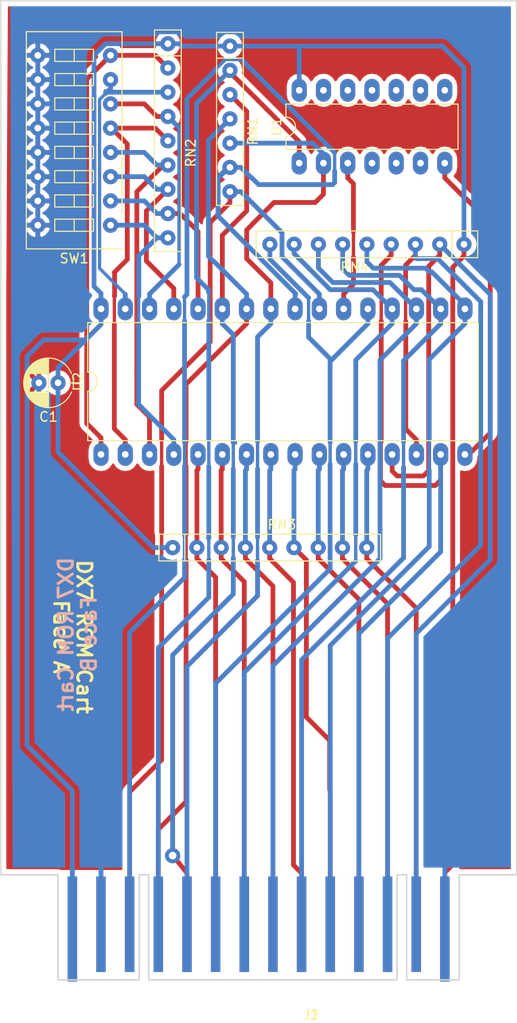
<source format=kicad_pcb>
(kicad_pcb (version 4) (host pcbnew 4.0.6)

  (general
    (links 81)
    (no_connects 0)
    (area 105.424999 65.924999 159.575001 168.575001)
    (thickness 1.6)
    (drawings 21)
    (tracks 486)
    (zones 0)
    (modules 10)
    (nets 37)
  )

  (page A4)
  (layers
    (0 F.Cu signal)
    (31 B.Cu signal)
    (32 B.Adhes user)
    (33 F.Adhes user)
    (34 B.Paste user)
    (35 F.Paste user)
    (36 B.SilkS user)
    (37 F.SilkS user)
    (38 B.Mask user)
    (39 F.Mask user)
    (40 Dwgs.User user)
    (41 Cmts.User user)
    (42 Eco1.User user)
    (43 Eco2.User user)
    (44 Edge.Cuts user)
    (45 Margin user)
    (46 B.CrtYd user)
    (47 F.CrtYd user)
    (48 B.Fab user)
    (49 F.Fab user)
  )

  (setup
    (last_trace_width 0.5)
    (trace_clearance 0.15)
    (zone_clearance 0.508)
    (zone_45_only yes)
    (trace_min 0.2)
    (segment_width 0.2)
    (edge_width 0.15)
    (via_size 1.6)
    (via_drill 0.5)
    (via_min_size 0.4)
    (via_min_drill 0.3)
    (uvia_size 0.3)
    (uvia_drill 0.1)
    (uvias_allowed no)
    (uvia_min_size 0.2)
    (uvia_min_drill 0.1)
    (pcb_text_width 0.3)
    (pcb_text_size 1.5 1.5)
    (mod_edge_width 0.15)
    (mod_text_size 1 1)
    (mod_text_width 0.15)
    (pad_size 1.6 1.6)
    (pad_drill 0.7)
    (pad_to_mask_clearance 0.2)
    (aux_axis_origin 0 0)
    (visible_elements FFFCFF7F)
    (pcbplotparams
      (layerselection 0x010fc_80000001)
      (usegerberextensions true)
      (excludeedgelayer false)
      (linewidth 0.100000)
      (plotframeref false)
      (viasonmask true)
      (mode 1)
      (useauxorigin false)
      (hpglpennumber 1)
      (hpglpenspeed 20)
      (hpglpendiameter 15)
      (hpglpenoverlay 2)
      (psnegative false)
      (psa4output false)
      (plotreference false)
      (plotvalue false)
      (plotinvisibletext false)
      (padsonsilk false)
      (subtractmaskfromsilk true)
      (outputformat 1)
      (mirror false)
      (drillshape 0)
      (scaleselection 1)
      (outputdirectory ""))
  )

  (net 0 "")
  (net 1 VCC)
  (net 2 VSS)
  (net 3 "Net-(J1-Pad1)")
  (net 4 "Net-(J1-Pad2)")
  (net 5 /A10)
  (net 6 /A9)
  (net 7 /A8)
  (net 8 /A7)
  (net 9 /A6)
  (net 10 /A5)
  (net 11 /A4)
  (net 12 /A3)
  (net 13 /A2)
  (net 14 /A1)
  (net 15 /A0)
  (net 16 //OE)
  (net 17 //CE2)
  (net 18 //CE1)
  (net 19 /D7)
  (net 20 /D6)
  (net 21 /D5)
  (net 22 /D4)
  (net 23 /D3)
  (net 24 /D2)
  (net 25 /D1)
  (net 26 /D0)
  (net 27 "Net-(RN2-Pad2)")
  (net 28 "Net-(RN2-Pad3)")
  (net 29 "Net-(RN2-Pad4)")
  (net 30 "Net-(RN2-Pad5)")
  (net 31 "Net-(RN2-Pad6)")
  (net 32 "Net-(RN2-Pad7)")
  (net 33 "Net-(RN2-Pad8)")
  (net 34 "Net-(RN2-Pad9)")
  (net 35 "Net-(U1-Pad3)")
  (net 36 GND)

  (net_class Default "Ceci est la Netclass par défaut"
    (clearance 0.15)
    (trace_width 0.5)
    (via_dia 1.6)
    (via_drill 0.5)
    (uvia_dia 0.3)
    (uvia_drill 0.1)
    (add_net //CE1)
    (add_net //CE2)
    (add_net //OE)
    (add_net /A0)
    (add_net /A1)
    (add_net /A10)
    (add_net /A2)
    (add_net /A3)
    (add_net /A4)
    (add_net /A5)
    (add_net /A6)
    (add_net /A7)
    (add_net /A8)
    (add_net /A9)
    (add_net /D0)
    (add_net /D1)
    (add_net /D2)
    (add_net /D3)
    (add_net /D4)
    (add_net /D5)
    (add_net /D6)
    (add_net /D7)
    (add_net GND)
    (add_net "Net-(J1-Pad1)")
    (add_net "Net-(J1-Pad2)")
    (add_net "Net-(RN2-Pad2)")
    (add_net "Net-(RN2-Pad3)")
    (add_net "Net-(RN2-Pad4)")
    (add_net "Net-(RN2-Pad5)")
    (add_net "Net-(RN2-Pad6)")
    (add_net "Net-(RN2-Pad7)")
    (add_net "Net-(RN2-Pad8)")
    (add_net "Net-(RN2-Pad9)")
    (add_net "Net-(U1-Pad3)")
  )

  (net_class VCC ""
    (clearance 0.15)
    (trace_width 0.5)
    (via_dia 0.6)
    (via_drill 0.4)
    (uvia_dia 0.3)
    (uvia_drill 0.1)
    (add_net VCC)
  )

  (net_class VSS ""
    (clearance 0.15)
    (trace_width 0.5)
    (via_dia 0.6)
    (via_drill 0.4)
    (uvia_dia 0.3)
    (uvia_drill 0.1)
    (add_net VSS)
  )

  (module Resistors_THT:R_Array_SIP9 (layer F.Cu) (tedit 595143B2) (tstamp 59480AEA)
    (at 154 91.5 180)
    (descr "9-pin Resistor SIP pack")
    (tags R)
    (path /5946AC20)
    (fp_text reference RN4 (at 11.43 -2.4 180) (layer F.SilkS)
      (effects (font (size 1 1) (thickness 0.15)))
    )
    (fp_text value "4.7k x 8" (at 11.43 2.4 180) (layer F.Fab)
      (effects (font (size 1 1) (thickness 0.15)))
    )
    (fp_line (start -1.29 -1.25) (end -1.29 1.25) (layer F.Fab) (width 0.1))
    (fp_line (start -1.29 1.25) (end 21.61 1.25) (layer F.Fab) (width 0.1))
    (fp_line (start 21.61 1.25) (end 21.61 -1.25) (layer F.Fab) (width 0.1))
    (fp_line (start 21.61 -1.25) (end -1.29 -1.25) (layer F.Fab) (width 0.1))
    (fp_line (start 1.27 -1.25) (end 1.27 1.25) (layer F.Fab) (width 0.1))
    (fp_line (start -1.44 -1.4) (end -1.44 1.4) (layer F.SilkS) (width 0.12))
    (fp_line (start -1.44 1.4) (end 21.76 1.4) (layer F.SilkS) (width 0.12))
    (fp_line (start 21.76 1.4) (end 21.76 -1.4) (layer F.SilkS) (width 0.12))
    (fp_line (start 21.76 -1.4) (end -1.44 -1.4) (layer F.SilkS) (width 0.12))
    (fp_line (start 1.27 -1.4) (end 1.27 1.4) (layer F.SilkS) (width 0.12))
    (fp_line (start -1.7 -1.65) (end -1.7 1.65) (layer F.CrtYd) (width 0.05))
    (fp_line (start -1.7 1.65) (end 22.05 1.65) (layer F.CrtYd) (width 0.05))
    (fp_line (start 22.05 1.65) (end 22.05 -1.65) (layer F.CrtYd) (width 0.05))
    (fp_line (start 22.05 -1.65) (end -1.7 -1.65) (layer F.CrtYd) (width 0.05))
    (pad 1 thru_hole oval (at 0 0 180) (size 1.6 1.6) (drill 0.7) (layers *.Cu *.Mask)
      (net 1 VCC))
    (pad 2 thru_hole oval (at 2.54 0 180) (size 1.6 1.6) (drill 0.7) (layers *.Cu *.Mask)
      (net 26 /D0))
    (pad 3 thru_hole oval (at 5.08 0 180) (size 1.6 1.6) (drill 0.7) (layers *.Cu *.Mask)
      (net 25 /D1))
    (pad 4 thru_hole oval (at 7.62 0 180) (size 1.6 1.6) (drill 0.7) (layers *.Cu *.Mask)
      (net 24 /D2))
    (pad 5 thru_hole oval (at 10.16 0 180) (size 1.6 1.6) (drill 0.7) (layers *.Cu *.Mask)
      (net 23 /D3))
    (pad 6 thru_hole oval (at 12.7 0 180) (size 1.6 1.6) (drill 0.7) (layers *.Cu *.Mask)
      (net 22 /D4))
    (pad 7 thru_hole oval (at 15.24 0 180) (size 1.6 1.6) (drill 0.7) (layers *.Cu *.Mask)
      (net 21 /D5))
    (pad 8 thru_hole oval (at 17.78 0 180) (size 1.6 1.6) (drill 0.7) (layers *.Cu *.Mask)
      (net 20 /D6))
    (pad 9 thru_hole oval (at 20.32 0 180) (size 1.6 1.6) (drill 0.7) (layers *.Cu *.Mask)
      (net 19 /D7))
    (model Resistors_THT.3dshapes/R_Array_SIP9.wrl
      (at (xyz 0 0 0))
      (scale (xyz 0.39 0.39 0.39))
      (rotate (xyz 0 0 0))
    )
  )

  (module Housings_DIP:DIP-32_W15.24mm_LongPads (layer F.Cu) (tedit 599B0330) (tstamp 59480BAF)
    (at 116 113.5 90)
    (descr "32-lead dip package, row spacing 15.24 mm (600 mils), LongPads")
    (tags "DIL DIP PDIP 2.54mm 15.24mm 600mil LongPads")
    (path /5946A751)
    (fp_text reference U2 (at 7.62 -2.39 90) (layer F.SilkS)
      (effects (font (size 1 1) (thickness 0.15)))
    )
    (fp_text value 27C801 (at 7.62 40.49 90) (layer F.Fab)
      (effects (font (size 1 1) (thickness 0.15)))
    )
    (fp_arc (start 7.62 -1.39) (end 6.62 -1.39) (angle -180) (layer F.SilkS) (width 0.12))
    (fp_line (start 1.255 -1.27) (end 14.985 -1.27) (layer F.Fab) (width 0.1))
    (fp_line (start 14.985 -1.27) (end 14.985 39.37) (layer F.Fab) (width 0.1))
    (fp_line (start 14.985 39.37) (end 0.255 39.37) (layer F.Fab) (width 0.1))
    (fp_line (start 0.255 39.37) (end 0.255 -0.27) (layer F.Fab) (width 0.1))
    (fp_line (start 0.255 -0.27) (end 1.255 -1.27) (layer F.Fab) (width 0.1))
    (fp_line (start 6.62 -1.39) (end 1.44 -1.39) (layer F.SilkS) (width 0.12))
    (fp_line (start 1.44 -1.39) (end 1.44 39.49) (layer F.SilkS) (width 0.12))
    (fp_line (start 1.44 39.49) (end 13.8 39.49) (layer F.SilkS) (width 0.12))
    (fp_line (start 13.8 39.49) (end 13.8 -1.39) (layer F.SilkS) (width 0.12))
    (fp_line (start 13.8 -1.39) (end 8.62 -1.39) (layer F.SilkS) (width 0.12))
    (fp_line (start -1.5 -1.6) (end -1.5 39.7) (layer F.CrtYd) (width 0.05))
    (fp_line (start -1.5 39.7) (end 16.7 39.7) (layer F.CrtYd) (width 0.05))
    (fp_line (start 16.7 39.7) (end 16.7 -1.6) (layer F.CrtYd) (width 0.05))
    (fp_line (start 16.7 -1.6) (end -1.5 -1.6) (layer F.CrtYd) (width 0.05))
    (pad 1 thru_hole oval (at 0 0 90) (size 2.4 1.6) (drill 0.7) (layers *.Cu *.Mask)
      (net 27 "Net-(RN2-Pad2)"))
    (pad 17 thru_hole oval (at 15.24 38.1 90) (size 2.4 1.6) (drill 0.7) (layers *.Cu *.Mask)
      (net 23 /D3))
    (pad 2 thru_hole oval (at 0 2.54 90) (size 2.4 1.6) (drill 0.7) (layers *.Cu *.Mask)
      (net 30 "Net-(RN2-Pad5)"))
    (pad 18 thru_hole oval (at 15.24 35.56 90) (size 2.4 1.6) (drill 0.7) (layers *.Cu *.Mask)
      (net 22 /D4))
    (pad 3 thru_hole oval (at 0 5.08 90) (size 2.4 1.6) (drill 0.7) (layers *.Cu *.Mask)
      (net 31 "Net-(RN2-Pad6)"))
    (pad 19 thru_hole oval (at 15.24 33.02 90) (size 2.4 1.6) (drill 0.7) (layers *.Cu *.Mask)
      (net 21 /D5))
    (pad 4 thru_hole oval (at 0 7.62 90) (size 2.4 1.6) (drill 0.7) (layers *.Cu *.Mask)
      (net 34 "Net-(RN2-Pad9)"))
    (pad 20 thru_hole oval (at 15.24 30.48 90) (size 2.4 1.6) (drill 0.7) (layers *.Cu *.Mask)
      (net 20 /D6))
    (pad 5 thru_hole oval (at 0 10.16 90) (size 2.4 1.6) (drill 0.7) (layers *.Cu *.Mask)
      (net 8 /A7))
    (pad 21 thru_hole oval (at 15.24 27.94 90) (size 2.4 1.6) (drill 0.7) (layers *.Cu *.Mask)
      (net 19 /D7))
    (pad 6 thru_hole oval (at 0 12.7 90) (size 2.4 1.6) (drill 0.7) (layers *.Cu *.Mask)
      (net 9 /A6))
    (pad 22 thru_hole oval (at 15.24 25.4 90) (size 2.4 1.6) (drill 0.7) (layers *.Cu *.Mask)
      (net 35 "Net-(U1-Pad3)"))
    (pad 7 thru_hole oval (at 0 15.24 90) (size 2.4 1.6) (drill 0.7) (layers *.Cu *.Mask)
      (net 10 /A5))
    (pad 23 thru_hole oval (at 15.24 22.86 90) (size 2.4 1.6) (drill 0.7) (layers *.Cu *.Mask)
      (net 5 /A10))
    (pad 8 thru_hole oval (at 0 17.78 90) (size 2.4 1.6) (drill 0.7) (layers *.Cu *.Mask)
      (net 11 /A4))
    (pad 24 thru_hole oval (at 15.24 20.32 90) (size 2.4 1.6) (drill 0.7) (layers *.Cu *.Mask)
      (net 16 //OE))
    (pad 9 thru_hole oval (at 0 20.32 90) (size 2.4 1.6) (drill 0.7) (layers *.Cu *.Mask)
      (net 12 /A3))
    (pad 25 thru_hole oval (at 15.24 17.78 90) (size 2.4 1.6) (drill 0.7) (layers *.Cu *.Mask)
      (net 18 //CE1))
    (pad 10 thru_hole oval (at 0 22.86 90) (size 2.4 1.6) (drill 0.7) (layers *.Cu *.Mask)
      (net 13 /A2))
    (pad 26 thru_hole oval (at 15.24 15.24 90) (size 2.4 1.6) (drill 0.7) (layers *.Cu *.Mask)
      (net 6 /A9))
    (pad 11 thru_hole oval (at 0 25.4 90) (size 2.4 1.6) (drill 0.7) (layers *.Cu *.Mask)
      (net 14 /A1))
    (pad 27 thru_hole oval (at 15.24 12.7 90) (size 2.4 1.6) (drill 0.7) (layers *.Cu *.Mask)
      (net 7 /A8))
    (pad 12 thru_hole oval (at 0 27.94 90) (size 2.4 1.6) (drill 0.7) (layers *.Cu *.Mask)
      (net 15 /A0))
    (pad 28 thru_hole oval (at 15.24 10.16 90) (size 2.4 1.6) (drill 0.7) (layers *.Cu *.Mask)
      (net 33 "Net-(RN2-Pad8)"))
    (pad 13 thru_hole oval (at 0 30.48 90) (size 2.4 1.6) (drill 0.7) (layers *.Cu *.Mask)
      (net 26 /D0))
    (pad 29 thru_hole oval (at 15.24 7.62 90) (size 2.4 1.6) (drill 0.7) (layers *.Cu *.Mask)
      (net 32 "Net-(RN2-Pad7)"))
    (pad 14 thru_hole oval (at 0 33.02 90) (size 2.4 1.6) (drill 0.7) (layers *.Cu *.Mask)
      (net 25 /D1))
    (pad 30 thru_hole oval (at 15.24 5.08 90) (size 2.4 1.6) (drill 0.7) (layers *.Cu *.Mask)
      (net 29 "Net-(RN2-Pad4)"))
    (pad 15 thru_hole oval (at 0 35.56 90) (size 2.4 1.6) (drill 0.7) (layers *.Cu *.Mask)
      (net 24 /D2))
    (pad 31 thru_hole oval (at 15.24 2.54 90) (size 2.4 1.6) (drill 0.7) (layers *.Cu *.Mask)
      (net 28 "Net-(RN2-Pad3)"))
    (pad 16 thru_hole oval (at 0 38.1 90) (size 2.4 1.6) (drill 0.7) (layers *.Cu *.Mask)
      (net 36 GND))
    (pad 32 thru_hole oval (at 15.24 0 90) (size 2.4 1.6) (drill 0.7) (layers *.Cu *.Mask)
      (net 1 VCC))
    (model Housings_DIP.3dshapes/DIP-32_W15.24mm_LongPads.wrl
      (at (xyz 0 0 0))
      (scale (xyz 1 1 1))
      (rotate (xyz 0 0 0))
    )
  )

  (module Resistors_THT:R_Array_SIP9 (layer F.Cu) (tedit 59514348) (tstamp 59480AB1)
    (at 123 70.5 270)
    (descr "9-pin Resistor SIP pack")
    (tags R)
    (path /5947CF90)
    (fp_text reference RN2 (at 11.43 -2.4 270) (layer F.SilkS)
      (effects (font (size 1 1) (thickness 0.15)))
    )
    (fp_text value "4.7k x 8" (at 11.43 2.4 270) (layer F.Fab)
      (effects (font (size 1 1) (thickness 0.15)))
    )
    (fp_line (start -1.29 -1.25) (end -1.29 1.25) (layer F.Fab) (width 0.1))
    (fp_line (start -1.29 1.25) (end 21.61 1.25) (layer F.Fab) (width 0.1))
    (fp_line (start 21.61 1.25) (end 21.61 -1.25) (layer F.Fab) (width 0.1))
    (fp_line (start 21.61 -1.25) (end -1.29 -1.25) (layer F.Fab) (width 0.1))
    (fp_line (start 1.27 -1.25) (end 1.27 1.25) (layer F.Fab) (width 0.1))
    (fp_line (start -1.44 -1.4) (end -1.44 1.4) (layer F.SilkS) (width 0.12))
    (fp_line (start -1.44 1.4) (end 21.76 1.4) (layer F.SilkS) (width 0.12))
    (fp_line (start 21.76 1.4) (end 21.76 -1.4) (layer F.SilkS) (width 0.12))
    (fp_line (start 21.76 -1.4) (end -1.44 -1.4) (layer F.SilkS) (width 0.12))
    (fp_line (start 1.27 -1.4) (end 1.27 1.4) (layer F.SilkS) (width 0.12))
    (fp_line (start -1.7 -1.65) (end -1.7 1.65) (layer F.CrtYd) (width 0.05))
    (fp_line (start -1.7 1.65) (end 22.05 1.65) (layer F.CrtYd) (width 0.05))
    (fp_line (start 22.05 1.65) (end 22.05 -1.65) (layer F.CrtYd) (width 0.05))
    (fp_line (start 22.05 -1.65) (end -1.7 -1.65) (layer F.CrtYd) (width 0.05))
    (pad 1 thru_hole oval (at 0 0 270) (size 1.6 1.6) (drill 0.7) (layers *.Cu *.Mask)
      (net 1 VCC))
    (pad 2 thru_hole oval (at 2.54 0 270) (size 1.6 1.6) (drill 0.7) (layers *.Cu *.Mask)
      (net 27 "Net-(RN2-Pad2)"))
    (pad 3 thru_hole oval (at 5.08 0 270) (size 1.6 1.6) (drill 0.7) (layers *.Cu *.Mask)
      (net 28 "Net-(RN2-Pad3)"))
    (pad 4 thru_hole oval (at 7.62 0 270) (size 1.6 1.6) (drill 0.7) (layers *.Cu *.Mask)
      (net 29 "Net-(RN2-Pad4)"))
    (pad 5 thru_hole oval (at 10.16 0 270) (size 1.6 1.6) (drill 0.7) (layers *.Cu *.Mask)
      (net 30 "Net-(RN2-Pad5)"))
    (pad 6 thru_hole oval (at 12.7 0 270) (size 1.6 1.6) (drill 0.7) (layers *.Cu *.Mask)
      (net 31 "Net-(RN2-Pad6)"))
    (pad 7 thru_hole oval (at 15.24 0 270) (size 1.6 1.6) (drill 0.7) (layers *.Cu *.Mask)
      (net 32 "Net-(RN2-Pad7)"))
    (pad 8 thru_hole oval (at 17.78 0 270) (size 1.6 1.6) (drill 0.7) (layers *.Cu *.Mask)
      (net 33 "Net-(RN2-Pad8)"))
    (pad 9 thru_hole oval (at 20.32 0 270) (size 1.6 1.6) (drill 0.7) (layers *.Cu *.Mask)
      (net 34 "Net-(RN2-Pad9)"))
    (model Resistors_THT.3dshapes/R_Array_SIP9.wrl
      (at (xyz 0 0 0))
      (scale (xyz 0.39 0.39 0.39))
      (rotate (xyz 0 0 0))
    )
  )

  (module Buttons_Switches_THT:SW_DIP_x8_W7.62mm_Slide (layer F.Cu) (tedit 599B03AA) (tstamp 59480B5B)
    (at 117 89.5 180)
    (descr "8x-dip-switch, Slide, row spacing 7.62 mm (300 mils)")
    (tags "DIP Switch Slide 7.62mm 300mil")
    (path /5947D54B)
    (fp_text reference SW1 (at 3.81 -3.48 180) (layer F.SilkS)
      (effects (font (size 1 1) (thickness 0.15)))
    )
    (fp_text value SW_DIP_x08 (at 3.81 21.26 180) (layer F.Fab)
      (effects (font (size 1 1) (thickness 0.15)))
    )
    (fp_line (start -0.08 -2.36) (end 8.7 -2.36) (layer F.Fab) (width 0.1))
    (fp_line (start 8.7 -2.36) (end 8.7 20.14) (layer F.Fab) (width 0.1))
    (fp_line (start 8.7 20.14) (end -1.08 20.14) (layer F.Fab) (width 0.1))
    (fp_line (start -1.08 20.14) (end -1.08 -1.36) (layer F.Fab) (width 0.1))
    (fp_line (start -1.08 -1.36) (end -0.08 -2.36) (layer F.Fab) (width 0.1))
    (fp_line (start 1.78 -0.635) (end 1.78 0.635) (layer F.Fab) (width 0.1))
    (fp_line (start 1.78 0.635) (end 5.84 0.635) (layer F.Fab) (width 0.1))
    (fp_line (start 5.84 0.635) (end 5.84 -0.635) (layer F.Fab) (width 0.1))
    (fp_line (start 5.84 -0.635) (end 1.78 -0.635) (layer F.Fab) (width 0.1))
    (fp_line (start 3.81 -0.635) (end 3.81 0.635) (layer F.Fab) (width 0.1))
    (fp_line (start 1.78 1.905) (end 1.78 3.175) (layer F.Fab) (width 0.1))
    (fp_line (start 1.78 3.175) (end 5.84 3.175) (layer F.Fab) (width 0.1))
    (fp_line (start 5.84 3.175) (end 5.84 1.905) (layer F.Fab) (width 0.1))
    (fp_line (start 5.84 1.905) (end 1.78 1.905) (layer F.Fab) (width 0.1))
    (fp_line (start 3.81 1.905) (end 3.81 3.175) (layer F.Fab) (width 0.1))
    (fp_line (start 1.78 4.445) (end 1.78 5.715) (layer F.Fab) (width 0.1))
    (fp_line (start 1.78 5.715) (end 5.84 5.715) (layer F.Fab) (width 0.1))
    (fp_line (start 5.84 5.715) (end 5.84 4.445) (layer F.Fab) (width 0.1))
    (fp_line (start 5.84 4.445) (end 1.78 4.445) (layer F.Fab) (width 0.1))
    (fp_line (start 3.81 4.445) (end 3.81 5.715) (layer F.Fab) (width 0.1))
    (fp_line (start 1.78 6.985) (end 1.78 8.255) (layer F.Fab) (width 0.1))
    (fp_line (start 1.78 8.255) (end 5.84 8.255) (layer F.Fab) (width 0.1))
    (fp_line (start 5.84 8.255) (end 5.84 6.985) (layer F.Fab) (width 0.1))
    (fp_line (start 5.84 6.985) (end 1.78 6.985) (layer F.Fab) (width 0.1))
    (fp_line (start 3.81 6.985) (end 3.81 8.255) (layer F.Fab) (width 0.1))
    (fp_line (start 1.78 9.525) (end 1.78 10.795) (layer F.Fab) (width 0.1))
    (fp_line (start 1.78 10.795) (end 5.84 10.795) (layer F.Fab) (width 0.1))
    (fp_line (start 5.84 10.795) (end 5.84 9.525) (layer F.Fab) (width 0.1))
    (fp_line (start 5.84 9.525) (end 1.78 9.525) (layer F.Fab) (width 0.1))
    (fp_line (start 3.81 9.525) (end 3.81 10.795) (layer F.Fab) (width 0.1))
    (fp_line (start 1.78 12.065) (end 1.78 13.335) (layer F.Fab) (width 0.1))
    (fp_line (start 1.78 13.335) (end 5.84 13.335) (layer F.Fab) (width 0.1))
    (fp_line (start 5.84 13.335) (end 5.84 12.065) (layer F.Fab) (width 0.1))
    (fp_line (start 5.84 12.065) (end 1.78 12.065) (layer F.Fab) (width 0.1))
    (fp_line (start 3.81 12.065) (end 3.81 13.335) (layer F.Fab) (width 0.1))
    (fp_line (start 1.78 14.605) (end 1.78 15.875) (layer F.Fab) (width 0.1))
    (fp_line (start 1.78 15.875) (end 5.84 15.875) (layer F.Fab) (width 0.1))
    (fp_line (start 5.84 15.875) (end 5.84 14.605) (layer F.Fab) (width 0.1))
    (fp_line (start 5.84 14.605) (end 1.78 14.605) (layer F.Fab) (width 0.1))
    (fp_line (start 3.81 14.605) (end 3.81 15.875) (layer F.Fab) (width 0.1))
    (fp_line (start 1.78 17.145) (end 1.78 18.415) (layer F.Fab) (width 0.1))
    (fp_line (start 1.78 18.415) (end 5.84 18.415) (layer F.Fab) (width 0.1))
    (fp_line (start 5.84 18.415) (end 5.84 17.145) (layer F.Fab) (width 0.1))
    (fp_line (start 5.84 17.145) (end 1.78 17.145) (layer F.Fab) (width 0.1))
    (fp_line (start 3.81 17.145) (end 3.81 18.415) (layer F.Fab) (width 0.1))
    (fp_line (start -1.2 -2.48) (end 8.82 -2.48) (layer F.SilkS) (width 0.12))
    (fp_line (start 8.82 -2.48) (end 8.82 20.26) (layer F.SilkS) (width 0.12))
    (fp_line (start 8.82 20.26) (end -1.2 20.26) (layer F.SilkS) (width 0.12))
    (fp_line (start -1.2 20.26) (end -1.2 1.27) (layer F.SilkS) (width 0.12))
    (fp_line (start 1.78 -0.635) (end 1.78 0.635) (layer F.SilkS) (width 0.12))
    (fp_line (start 1.78 0.635) (end 5.84 0.635) (layer F.SilkS) (width 0.12))
    (fp_line (start 5.84 0.635) (end 5.84 -0.635) (layer F.SilkS) (width 0.12))
    (fp_line (start 5.84 -0.635) (end 1.78 -0.635) (layer F.SilkS) (width 0.12))
    (fp_line (start 3.81 -0.635) (end 3.81 0.635) (layer F.SilkS) (width 0.12))
    (fp_line (start 1.78 1.905) (end 1.78 3.175) (layer F.SilkS) (width 0.12))
    (fp_line (start 1.78 3.175) (end 5.84 3.175) (layer F.SilkS) (width 0.12))
    (fp_line (start 5.84 3.175) (end 5.84 1.905) (layer F.SilkS) (width 0.12))
    (fp_line (start 5.84 1.905) (end 1.78 1.905) (layer F.SilkS) (width 0.12))
    (fp_line (start 3.81 1.905) (end 3.81 3.175) (layer F.SilkS) (width 0.12))
    (fp_line (start 1.78 4.445) (end 1.78 5.715) (layer F.SilkS) (width 0.12))
    (fp_line (start 1.78 5.715) (end 5.84 5.715) (layer F.SilkS) (width 0.12))
    (fp_line (start 5.84 5.715) (end 5.84 4.445) (layer F.SilkS) (width 0.12))
    (fp_line (start 5.84 4.445) (end 1.78 4.445) (layer F.SilkS) (width 0.12))
    (fp_line (start 3.81 4.445) (end 3.81 5.715) (layer F.SilkS) (width 0.12))
    (fp_line (start 1.78 6.985) (end 1.78 8.255) (layer F.SilkS) (width 0.12))
    (fp_line (start 1.78 8.255) (end 5.84 8.255) (layer F.SilkS) (width 0.12))
    (fp_line (start 5.84 8.255) (end 5.84 6.985) (layer F.SilkS) (width 0.12))
    (fp_line (start 5.84 6.985) (end 1.78 6.985) (layer F.SilkS) (width 0.12))
    (fp_line (start 3.81 6.985) (end 3.81 8.255) (layer F.SilkS) (width 0.12))
    (fp_line (start 1.78 9.525) (end 1.78 10.795) (layer F.SilkS) (width 0.12))
    (fp_line (start 1.78 10.795) (end 5.84 10.795) (layer F.SilkS) (width 0.12))
    (fp_line (start 5.84 10.795) (end 5.84 9.525) (layer F.SilkS) (width 0.12))
    (fp_line (start 5.84 9.525) (end 1.78 9.525) (layer F.SilkS) (width 0.12))
    (fp_line (start 3.81 9.525) (end 3.81 10.795) (layer F.SilkS) (width 0.12))
    (fp_line (start 1.78 12.065) (end 1.78 13.335) (layer F.SilkS) (width 0.12))
    (fp_line (start 1.78 13.335) (end 5.84 13.335) (layer F.SilkS) (width 0.12))
    (fp_line (start 5.84 13.335) (end 5.84 12.065) (layer F.SilkS) (width 0.12))
    (fp_line (start 5.84 12.065) (end 1.78 12.065) (layer F.SilkS) (width 0.12))
    (fp_line (start 3.81 12.065) (end 3.81 13.335) (layer F.SilkS) (width 0.12))
    (fp_line (start 1.78 14.605) (end 1.78 15.875) (layer F.SilkS) (width 0.12))
    (fp_line (start 1.78 15.875) (end 5.84 15.875) (layer F.SilkS) (width 0.12))
    (fp_line (start 5.84 15.875) (end 5.84 14.605) (layer F.SilkS) (width 0.12))
    (fp_line (start 5.84 14.605) (end 1.78 14.605) (layer F.SilkS) (width 0.12))
    (fp_line (start 3.81 14.605) (end 3.81 15.875) (layer F.SilkS) (width 0.12))
    (fp_line (start 1.78 17.145) (end 1.78 18.415) (layer F.SilkS) (width 0.12))
    (fp_line (start 1.78 18.415) (end 5.84 18.415) (layer F.SilkS) (width 0.12))
    (fp_line (start 5.84 18.415) (end 5.84 17.145) (layer F.SilkS) (width 0.12))
    (fp_line (start 5.84 17.145) (end 1.78 17.145) (layer F.SilkS) (width 0.12))
    (fp_line (start 3.81 17.145) (end 3.81 18.415) (layer F.SilkS) (width 0.12))
    (fp_line (start -1.4 -2.7) (end -1.4 20.4) (layer F.CrtYd) (width 0.05))
    (fp_line (start -1.4 20.4) (end 9 20.4) (layer F.CrtYd) (width 0.05))
    (fp_line (start 9 20.4) (end 9 -2.7) (layer F.CrtYd) (width 0.05))
    (fp_line (start 9 -2.7) (end -1.4 -2.7) (layer F.CrtYd) (width 0.05))
    (pad 1 thru_hole oval (at 0 0 180) (size 1.6 1.6) (drill 0.7) (layers *.Cu *.Mask)
      (net 34 "Net-(RN2-Pad9)"))
    (pad 9 thru_hole oval (at 7.62 17.78 180) (size 1.6 1.6) (drill 0.7) (layers *.Cu *.Mask)
      (net 2 VSS))
    (pad 2 thru_hole oval (at 0 2.54 180) (size 1.6 1.6) (drill 0.7) (layers *.Cu *.Mask)
      (net 33 "Net-(RN2-Pad8)"))
    (pad 10 thru_hole oval (at 7.62 15.24 180) (size 1.6 1.6) (drill 0.7) (layers *.Cu *.Mask)
      (net 2 VSS))
    (pad 3 thru_hole oval (at 0 5.08 180) (size 1.6 1.6) (drill 0.7) (layers *.Cu *.Mask)
      (net 32 "Net-(RN2-Pad7)"))
    (pad 11 thru_hole oval (at 7.62 12.7 180) (size 1.6 1.6) (drill 0.7) (layers *.Cu *.Mask)
      (net 2 VSS))
    (pad 4 thru_hole oval (at 0 7.62 180) (size 1.6 1.6) (drill 0.7) (layers *.Cu *.Mask)
      (net 31 "Net-(RN2-Pad6)"))
    (pad 12 thru_hole oval (at 7.62 10.16 180) (size 1.6 1.6) (drill 0.7) (layers *.Cu *.Mask)
      (net 2 VSS))
    (pad 5 thru_hole oval (at 0 10.16 180) (size 1.6 1.6) (drill 0.7) (layers *.Cu *.Mask)
      (net 30 "Net-(RN2-Pad5)"))
    (pad 13 thru_hole oval (at 7.62 7.62 180) (size 1.6 1.6) (drill 0.7) (layers *.Cu *.Mask)
      (net 2 VSS))
    (pad 6 thru_hole oval (at 0 12.7 180) (size 1.6 1.6) (drill 0.7) (layers *.Cu *.Mask)
      (net 29 "Net-(RN2-Pad4)"))
    (pad 14 thru_hole oval (at 7.62 5.08 180) (size 1.6 1.6) (drill 0.7) (layers *.Cu *.Mask)
      (net 2 VSS))
    (pad 7 thru_hole oval (at 0 15.24 180) (size 1.6 1.6) (drill 0.7) (layers *.Cu *.Mask)
      (net 28 "Net-(RN2-Pad3)"))
    (pad 15 thru_hole oval (at 7.62 2.54 180) (size 1.6 1.6) (drill 0.7) (layers *.Cu *.Mask)
      (net 2 VSS))
    (pad 8 thru_hole oval (at 0 17.78 180) (size 1.6 1.6) (drill 0.7) (layers *.Cu *.Mask)
      (net 27 "Net-(RN2-Pad2)"))
    (pad 16 thru_hole oval (at 7.62 0 180) (size 1.6 1.6) (drill 0.7) (layers *.Cu *.Mask)
      (net 2 VSS))
    (model Buttons_Switches_THT.3dshapes/SW_DIP_x8_W7.62mm_Slide.wrl
      (at (xyz 0 0 0))
      (scale (xyz 1 1 1))
      (rotate (xyz 0 0 90))
    )
  )

  (module Housings_DIP:DIP-14_W7.62mm_LongPads (layer F.Cu) (tedit 599B036F) (tstamp 59480B7C)
    (at 136.75 83 90)
    (descr "14-lead dip package, row spacing 7.62 mm (300 mils), LongPads")
    (tags "DIL DIP PDIP 2.54mm 7.62mm 300mil LongPads")
    (path /5946C821)
    (fp_text reference U1 (at 3.81 -2.39 90) (layer F.SilkS)
      (effects (font (size 1 1) (thickness 0.15)))
    )
    (fp_text value 74LS08 (at 3.81 17.63 90) (layer F.Fab)
      (effects (font (size 1 1) (thickness 0.15)))
    )
    (fp_arc (start 3.81 -1.39) (end 2.81 -1.39) (angle -180) (layer F.SilkS) (width 0.12))
    (fp_line (start 1.635 -1.27) (end 6.985 -1.27) (layer F.Fab) (width 0.1))
    (fp_line (start 6.985 -1.27) (end 6.985 16.51) (layer F.Fab) (width 0.1))
    (fp_line (start 6.985 16.51) (end 0.635 16.51) (layer F.Fab) (width 0.1))
    (fp_line (start 0.635 16.51) (end 0.635 -0.27) (layer F.Fab) (width 0.1))
    (fp_line (start 0.635 -0.27) (end 1.635 -1.27) (layer F.Fab) (width 0.1))
    (fp_line (start 2.81 -1.39) (end 1.44 -1.39) (layer F.SilkS) (width 0.12))
    (fp_line (start 1.44 -1.39) (end 1.44 16.63) (layer F.SilkS) (width 0.12))
    (fp_line (start 1.44 16.63) (end 6.18 16.63) (layer F.SilkS) (width 0.12))
    (fp_line (start 6.18 16.63) (end 6.18 -1.39) (layer F.SilkS) (width 0.12))
    (fp_line (start 6.18 -1.39) (end 4.81 -1.39) (layer F.SilkS) (width 0.12))
    (fp_line (start -1.5 -1.6) (end -1.5 16.8) (layer F.CrtYd) (width 0.05))
    (fp_line (start -1.5 16.8) (end 9.1 16.8) (layer F.CrtYd) (width 0.05))
    (fp_line (start 9.1 16.8) (end 9.1 -1.6) (layer F.CrtYd) (width 0.05))
    (fp_line (start 9.1 -1.6) (end -1.5 -1.6) (layer F.CrtYd) (width 0.05))
    (pad 1 thru_hole oval (at 0 0 90) (size 2.4 1.6) (drill 0.7) (layers *.Cu *.Mask)
      (net 17 //CE2))
    (pad 8 thru_hole oval (at 7.62 15.24 90) (size 2.4 1.6) (drill 0.7) (layers *.Cu *.Mask))
    (pad 2 thru_hole oval (at 0 2.54 90) (size 2.4 1.6) (drill 0.7) (layers *.Cu *.Mask)
      (net 18 //CE1))
    (pad 9 thru_hole oval (at 7.62 12.7 90) (size 2.4 1.6) (drill 0.7) (layers *.Cu *.Mask))
    (pad 3 thru_hole oval (at 0 5.08 90) (size 2.4 1.6) (drill 0.7) (layers *.Cu *.Mask)
      (net 35 "Net-(U1-Pad3)"))
    (pad 10 thru_hole oval (at 7.62 10.16 90) (size 2.4 1.6) (drill 0.7) (layers *.Cu *.Mask))
    (pad 4 thru_hole oval (at 0 7.62 90) (size 2.4 1.6) (drill 0.7) (layers *.Cu *.Mask))
    (pad 11 thru_hole oval (at 7.62 7.62 90) (size 2.4 1.6) (drill 0.7) (layers *.Cu *.Mask))
    (pad 5 thru_hole oval (at 0 10.16 90) (size 2.4 1.6) (drill 0.7) (layers *.Cu *.Mask))
    (pad 12 thru_hole oval (at 7.62 5.08 90) (size 2.4 1.6) (drill 0.7) (layers *.Cu *.Mask))
    (pad 6 thru_hole oval (at 0 12.7 90) (size 2.4 1.6) (drill 0.7) (layers *.Cu *.Mask))
    (pad 13 thru_hole oval (at 7.62 2.54 90) (size 2.4 1.6) (drill 0.7) (layers *.Cu *.Mask))
    (pad 7 thru_hole oval (at 0 15.24 90) (size 2.4 1.6) (drill 0.7) (layers *.Cu *.Mask)
      (net 36 GND))
    (pad 14 thru_hole oval (at 7.62 0 90) (size 2.4 1.6) (drill 0.7) (layers *.Cu *.Mask)
      (net 1 VCC))
    (model Housings_DIP.3dshapes/DIP-14_W7.62mm_LongPads.wrl
      (at (xyz 0 0 0))
      (scale (xyz 1 1 1))
      (rotate (xyz 0 0 0))
    )
  )

  (module chris:dx7_cart_connector (layer F.Cu) (tedit 594E34DD) (tstamp 59480A60)
    (at 127 170.18)
    (path /5947BF2D)
    (fp_text reference J1 (at 11 2) (layer F.SilkS)
      (effects (font (size 1 1) (thickness 0.15)))
    )
    (fp_text value "SIDE B" (at 10.5 0.5) (layer F.Fab)
      (effects (font (size 1 1) (thickness 0.15)))
    )
    (pad 1 connect rect (at -14 -7) (size 1 11) (layers F.Cu F.Mask)
      (net 3 "Net-(J1-Pad1)"))
    (pad 14 connect rect (at 25 -7) (size 1 11) (layers F.Cu F.Mask)
      (net 1 VCC) (zone_connect 2))
    (pad 13 connect rect (at 22 -7.5) (size 1 10) (layers F.Cu F.Mask)
      (net 15 /A0))
    (pad 12 connect rect (at 19 -7.5) (size 1 10) (layers F.Cu F.Mask)
      (net 14 /A1))
    (pad 11 connect rect (at 16 -7.5) (size 1 10) (layers F.Cu F.Mask)
      (net 13 /A2))
    (pad 10 connect rect (at 13 -7.5) (size 1 10) (layers F.Cu F.Mask)
      (net 12 /A3))
    (pad 9 connect rect (at 10 -7.5) (size 1 10) (layers F.Cu F.Mask)
      (net 11 /A4))
    (pad 8 connect rect (at 7 -7.5) (size 1 10) (layers F.Cu F.Mask)
      (net 10 /A5))
    (pad 7 connect rect (at 4 -7.5) (size 1 10) (layers F.Cu F.Mask)
      (net 9 /A6))
    (pad 6 connect rect (at 1 -7.5) (size 1 10) (layers F.Cu F.Mask)
      (net 8 /A7))
    (pad 5 connect rect (at -2 -7.5) (size 1 10) (layers F.Cu F.Mask)
      (net 7 /A8))
    (pad 4 connect rect (at -5 -7.5) (size 1 10) (layers F.Cu F.Mask)
      (net 6 /A9))
    (pad 3 connect rect (at -8 -7.5) (size 1 10) (layers F.Cu F.Mask)
      (net 5 /A10))
    (pad 2 connect rect (at -11 -7.5) (size 1 10) (layers F.Cu F.Mask)
      (net 4 "Net-(J1-Pad2)"))
  )

  (module chris:dx7_cart_connector_A (layer F.Cu) (tedit 594E3A46) (tstamp 59480A80)
    (at 127 170.18)
    (path /594788DB)
    (fp_text reference J2 (at 11 2) (layer F.SilkS)
      (effects (font (size 1 1) (thickness 0.15)))
    )
    (fp_text value "SIDE A" (at 10.5 0.5) (layer F.Fab)
      (effects (font (size 1 1) (thickness 0.15)))
    )
    (pad 1 connect rect (at -14 -7) (size 1 11) (layers B.Cu B.Mask)
      (net 1 VCC))
    (pad 14 connect rect (at 25 -7) (size 1 11) (layers B.Cu B.Mask)
      (net 2 VSS) (zone_connect 2))
    (pad 13 connect rect (at 22 -7.5) (size 1 10) (layers B.Cu B.Mask)
      (net 26 /D0))
    (pad 12 connect rect (at 19 -7.5) (size 1 10) (layers B.Cu B.Mask)
      (net 25 /D1))
    (pad 11 connect rect (at 16 -7.5) (size 1 10) (layers B.Cu B.Mask)
      (net 24 /D2))
    (pad 10 connect rect (at 13 -7.5) (size 1 10) (layers B.Cu B.Mask)
      (net 23 /D3))
    (pad 9 connect rect (at 10 -7.5) (size 1 10) (layers B.Cu B.Mask)
      (net 22 /D4))
    (pad 8 connect rect (at 7 -7.5) (size 1 10) (layers B.Cu B.Mask)
      (net 21 /D5))
    (pad 7 connect rect (at 4 -7.5) (size 1 10) (layers B.Cu B.Mask)
      (net 20 /D6))
    (pad 6 connect rect (at 1 -7.5) (size 1 10) (layers B.Cu B.Mask)
      (net 19 /D7))
    (pad 5 connect rect (at -2 -7.5) (size 1 10) (layers B.Cu B.Mask)
      (net 18 //CE1))
    (pad 4 connect rect (at -5 -7.5) (size 1 10) (layers B.Cu B.Mask)
      (net 17 //CE2))
    (pad 3 connect rect (at -8 -7.5) (size 1 10) (layers B.Cu B.Mask)
      (net 16 //OE))
    (pad 2 connect rect (at -11 -7.5) (size 1 10) (layers B.Cu B.Mask)
      (net 2 VSS))
  )

  (module Resistors_THT:R_Array_SIP7 (layer F.Cu) (tedit 599B0356) (tstamp 5959C750)
    (at 129.5 70.75 270)
    (descr "7-pin Resistor SIP pack")
    (tags R)
    (path /5946C5E2)
    (fp_text reference RN1 (at 8.89 -2.4 270) (layer F.SilkS)
      (effects (font (size 1 1) (thickness 0.15)))
    )
    (fp_text value "4.7k x 6" (at 8.89 2.4 270) (layer F.Fab)
      (effects (font (size 1 1) (thickness 0.15)))
    )
    (fp_line (start -1.29 -1.25) (end -1.29 1.25) (layer F.Fab) (width 0.1))
    (fp_line (start -1.29 1.25) (end 16.53 1.25) (layer F.Fab) (width 0.1))
    (fp_line (start 16.53 1.25) (end 16.53 -1.25) (layer F.Fab) (width 0.1))
    (fp_line (start 16.53 -1.25) (end -1.29 -1.25) (layer F.Fab) (width 0.1))
    (fp_line (start 1.27 -1.25) (end 1.27 1.25) (layer F.Fab) (width 0.1))
    (fp_line (start -1.44 -1.4) (end -1.44 1.4) (layer F.SilkS) (width 0.12))
    (fp_line (start -1.44 1.4) (end 16.68 1.4) (layer F.SilkS) (width 0.12))
    (fp_line (start 16.68 1.4) (end 16.68 -1.4) (layer F.SilkS) (width 0.12))
    (fp_line (start 16.68 -1.4) (end -1.44 -1.4) (layer F.SilkS) (width 0.12))
    (fp_line (start 1.27 -1.4) (end 1.27 1.4) (layer F.SilkS) (width 0.12))
    (fp_line (start -1.7 -1.65) (end -1.7 1.65) (layer F.CrtYd) (width 0.05))
    (fp_line (start -1.7 1.65) (end 16.95 1.65) (layer F.CrtYd) (width 0.05))
    (fp_line (start 16.95 1.65) (end 16.95 -1.65) (layer F.CrtYd) (width 0.05))
    (fp_line (start 16.95 -1.65) (end -1.7 -1.65) (layer F.CrtYd) (width 0.05))
    (pad 1 thru_hole oval (at 0 0 270) (size 1.6 1.6) (drill 0.7) (layers *.Cu *.Mask)
      (net 1 VCC))
    (pad 2 thru_hole oval (at 2.54 0 270) (size 1.6 1.6) (drill 0.7) (layers *.Cu *.Mask)
      (net 17 //CE2))
    (pad 3 thru_hole oval (at 5.08 0 270) (size 1.6 1.6) (drill 0.7) (layers *.Cu *.Mask)
      (net 7 /A8))
    (pad 4 thru_hole oval (at 7.62 0 270) (size 1.6 1.6) (drill 0.7) (layers *.Cu *.Mask)
      (net 6 /A9))
    (pad 5 thru_hole oval (at 10.16 0 270) (size 1.6 1.6) (drill 0.7) (layers *.Cu *.Mask)
      (net 18 //CE1))
    (pad 6 thru_hole oval (at 12.7 0 270) (size 1.6 1.6) (drill 0.7) (layers *.Cu *.Mask)
      (net 16 //OE))
    (pad 7 thru_hole oval (at 15.24 0 270) (size 1.6 1.6) (drill 0.7) (layers *.Cu *.Mask)
      (net 5 /A10))
    (model Resistors_THT.3dshapes/R_Array_SIP7.wrl
      (at (xyz 0 0 0))
      (scale (xyz 0.39 0.39 0.39))
      (rotate (xyz 0 0 0))
    )
  )

  (module Resistors_THT:R_Array_SIP9 (layer F.Cu) (tedit 599B0303) (tstamp 5959C768)
    (at 123.5 123.25)
    (descr "9-pin Resistor SIP pack")
    (tags R)
    (path /5946C4B4)
    (fp_text reference RN3 (at 11.43 -2.4) (layer F.SilkS)
      (effects (font (size 1 1) (thickness 0.15)))
    )
    (fp_text value "4.7k x 8" (at 11.43 2.4) (layer F.Fab)
      (effects (font (size 1 1) (thickness 0.15)))
    )
    (fp_line (start -1.29 -1.25) (end -1.29 1.25) (layer F.Fab) (width 0.1))
    (fp_line (start -1.29 1.25) (end 21.61 1.25) (layer F.Fab) (width 0.1))
    (fp_line (start 21.61 1.25) (end 21.61 -1.25) (layer F.Fab) (width 0.1))
    (fp_line (start 21.61 -1.25) (end -1.29 -1.25) (layer F.Fab) (width 0.1))
    (fp_line (start 1.27 -1.25) (end 1.27 1.25) (layer F.Fab) (width 0.1))
    (fp_line (start -1.44 -1.4) (end -1.44 1.4) (layer F.SilkS) (width 0.12))
    (fp_line (start -1.44 1.4) (end 21.76 1.4) (layer F.SilkS) (width 0.12))
    (fp_line (start 21.76 1.4) (end 21.76 -1.4) (layer F.SilkS) (width 0.12))
    (fp_line (start 21.76 -1.4) (end -1.44 -1.4) (layer F.SilkS) (width 0.12))
    (fp_line (start 1.27 -1.4) (end 1.27 1.4) (layer F.SilkS) (width 0.12))
    (fp_line (start -1.7 -1.65) (end -1.7 1.65) (layer F.CrtYd) (width 0.05))
    (fp_line (start -1.7 1.65) (end 22.05 1.65) (layer F.CrtYd) (width 0.05))
    (fp_line (start 22.05 1.65) (end 22.05 -1.65) (layer F.CrtYd) (width 0.05))
    (fp_line (start 22.05 -1.65) (end -1.7 -1.65) (layer F.CrtYd) (width 0.05))
    (pad 1 thru_hole oval (at 0 0) (size 1.6 1.6) (drill 0.7) (layers *.Cu *.Mask)
      (net 1 VCC))
    (pad 2 thru_hole oval (at 2.54 0) (size 1.6 1.6) (drill 0.7) (layers *.Cu *.Mask)
      (net 8 /A7))
    (pad 3 thru_hole oval (at 5.08 0) (size 1.6 1.6) (drill 0.7) (layers *.Cu *.Mask)
      (net 9 /A6))
    (pad 4 thru_hole oval (at 7.62 0) (size 1.6 1.6) (drill 0.7) (layers *.Cu *.Mask)
      (net 10 /A5))
    (pad 5 thru_hole oval (at 10.16 0) (size 1.6 1.6) (drill 0.7) (layers *.Cu *.Mask)
      (net 11 /A4))
    (pad 6 thru_hole oval (at 12.7 0) (size 1.6 1.6) (drill 0.7) (layers *.Cu *.Mask)
      (net 12 /A3))
    (pad 7 thru_hole oval (at 15.24 0) (size 1.6 1.6) (drill 0.7) (layers *.Cu *.Mask)
      (net 13 /A2))
    (pad 8 thru_hole oval (at 17.78 0) (size 1.6 1.6) (drill 0.7) (layers *.Cu *.Mask)
      (net 14 /A1))
    (pad 9 thru_hole oval (at 20.32 0) (size 1.6 1.6) (drill 0.7) (layers *.Cu *.Mask)
      (net 15 /A0))
    (model Resistors_THT.3dshapes/R_Array_SIP9.wrl
      (at (xyz 0 0 0))
      (scale (xyz 0.39 0.39 0.39))
      (rotate (xyz 0 0 0))
    )
  )

  (module Capacitors_THT:CP_Radial_D5.0mm_P2.00mm (layer F.Cu) (tedit 599B041B) (tstamp 5959C74B)
    (at 111.5 106 180)
    (descr "CP, Radial series, Radial, pin pitch=2.00mm, , diameter=5mm, Electrolytic Capacitor")
    (tags "CP Radial series Radial pin pitch 2.00mm  diameter 5mm Electrolytic Capacitor")
    (path /5946AF98)
    (fp_text reference C1 (at 1 -3.56 180) (layer F.SilkS)
      (effects (font (size 1 1) (thickness 0.15)))
    )
    (fp_text value 2.2µ (at 1 3.56 180) (layer F.Fab)
      (effects (font (size 1 1) (thickness 0.15)))
    )
    (fp_arc (start 1 0) (end -1.397436 -0.98) (angle 135.5) (layer F.SilkS) (width 0.12))
    (fp_arc (start 1 0) (end -1.397436 0.98) (angle -135.5) (layer F.SilkS) (width 0.12))
    (fp_arc (start 1 0) (end 3.397436 -0.98) (angle 44.5) (layer F.SilkS) (width 0.12))
    (fp_circle (center 1 0) (end 3.5 0) (layer F.Fab) (width 0.1))
    (fp_line (start -2.2 0) (end -1 0) (layer F.Fab) (width 0.1))
    (fp_line (start -1.6 -0.65) (end -1.6 0.65) (layer F.Fab) (width 0.1))
    (fp_line (start 1 -2.55) (end 1 2.55) (layer F.SilkS) (width 0.12))
    (fp_line (start 1.04 -2.55) (end 1.04 -0.98) (layer F.SilkS) (width 0.12))
    (fp_line (start 1.04 0.98) (end 1.04 2.55) (layer F.SilkS) (width 0.12))
    (fp_line (start 1.08 -2.549) (end 1.08 -0.98) (layer F.SilkS) (width 0.12))
    (fp_line (start 1.08 0.98) (end 1.08 2.549) (layer F.SilkS) (width 0.12))
    (fp_line (start 1.12 -2.548) (end 1.12 -0.98) (layer F.SilkS) (width 0.12))
    (fp_line (start 1.12 0.98) (end 1.12 2.548) (layer F.SilkS) (width 0.12))
    (fp_line (start 1.16 -2.546) (end 1.16 -0.98) (layer F.SilkS) (width 0.12))
    (fp_line (start 1.16 0.98) (end 1.16 2.546) (layer F.SilkS) (width 0.12))
    (fp_line (start 1.2 -2.543) (end 1.2 -0.98) (layer F.SilkS) (width 0.12))
    (fp_line (start 1.2 0.98) (end 1.2 2.543) (layer F.SilkS) (width 0.12))
    (fp_line (start 1.24 -2.539) (end 1.24 -0.98) (layer F.SilkS) (width 0.12))
    (fp_line (start 1.24 0.98) (end 1.24 2.539) (layer F.SilkS) (width 0.12))
    (fp_line (start 1.28 -2.535) (end 1.28 -0.98) (layer F.SilkS) (width 0.12))
    (fp_line (start 1.28 0.98) (end 1.28 2.535) (layer F.SilkS) (width 0.12))
    (fp_line (start 1.32 -2.531) (end 1.32 -0.98) (layer F.SilkS) (width 0.12))
    (fp_line (start 1.32 0.98) (end 1.32 2.531) (layer F.SilkS) (width 0.12))
    (fp_line (start 1.36 -2.525) (end 1.36 -0.98) (layer F.SilkS) (width 0.12))
    (fp_line (start 1.36 0.98) (end 1.36 2.525) (layer F.SilkS) (width 0.12))
    (fp_line (start 1.4 -2.519) (end 1.4 -0.98) (layer F.SilkS) (width 0.12))
    (fp_line (start 1.4 0.98) (end 1.4 2.519) (layer F.SilkS) (width 0.12))
    (fp_line (start 1.44 -2.513) (end 1.44 -0.98) (layer F.SilkS) (width 0.12))
    (fp_line (start 1.44 0.98) (end 1.44 2.513) (layer F.SilkS) (width 0.12))
    (fp_line (start 1.48 -2.506) (end 1.48 -0.98) (layer F.SilkS) (width 0.12))
    (fp_line (start 1.48 0.98) (end 1.48 2.506) (layer F.SilkS) (width 0.12))
    (fp_line (start 1.52 -2.498) (end 1.52 -0.98) (layer F.SilkS) (width 0.12))
    (fp_line (start 1.52 0.98) (end 1.52 2.498) (layer F.SilkS) (width 0.12))
    (fp_line (start 1.56 -2.489) (end 1.56 -0.98) (layer F.SilkS) (width 0.12))
    (fp_line (start 1.56 0.98) (end 1.56 2.489) (layer F.SilkS) (width 0.12))
    (fp_line (start 1.6 -2.48) (end 1.6 -0.98) (layer F.SilkS) (width 0.12))
    (fp_line (start 1.6 0.98) (end 1.6 2.48) (layer F.SilkS) (width 0.12))
    (fp_line (start 1.64 -2.47) (end 1.64 -0.98) (layer F.SilkS) (width 0.12))
    (fp_line (start 1.64 0.98) (end 1.64 2.47) (layer F.SilkS) (width 0.12))
    (fp_line (start 1.68 -2.46) (end 1.68 -0.98) (layer F.SilkS) (width 0.12))
    (fp_line (start 1.68 0.98) (end 1.68 2.46) (layer F.SilkS) (width 0.12))
    (fp_line (start 1.721 -2.448) (end 1.721 -0.98) (layer F.SilkS) (width 0.12))
    (fp_line (start 1.721 0.98) (end 1.721 2.448) (layer F.SilkS) (width 0.12))
    (fp_line (start 1.761 -2.436) (end 1.761 -0.98) (layer F.SilkS) (width 0.12))
    (fp_line (start 1.761 0.98) (end 1.761 2.436) (layer F.SilkS) (width 0.12))
    (fp_line (start 1.801 -2.424) (end 1.801 -0.98) (layer F.SilkS) (width 0.12))
    (fp_line (start 1.801 0.98) (end 1.801 2.424) (layer F.SilkS) (width 0.12))
    (fp_line (start 1.841 -2.41) (end 1.841 -0.98) (layer F.SilkS) (width 0.12))
    (fp_line (start 1.841 0.98) (end 1.841 2.41) (layer F.SilkS) (width 0.12))
    (fp_line (start 1.881 -2.396) (end 1.881 -0.98) (layer F.SilkS) (width 0.12))
    (fp_line (start 1.881 0.98) (end 1.881 2.396) (layer F.SilkS) (width 0.12))
    (fp_line (start 1.921 -2.382) (end 1.921 -0.98) (layer F.SilkS) (width 0.12))
    (fp_line (start 1.921 0.98) (end 1.921 2.382) (layer F.SilkS) (width 0.12))
    (fp_line (start 1.961 -2.366) (end 1.961 -0.98) (layer F.SilkS) (width 0.12))
    (fp_line (start 1.961 0.98) (end 1.961 2.366) (layer F.SilkS) (width 0.12))
    (fp_line (start 2.001 -2.35) (end 2.001 -0.98) (layer F.SilkS) (width 0.12))
    (fp_line (start 2.001 0.98) (end 2.001 2.35) (layer F.SilkS) (width 0.12))
    (fp_line (start 2.041 -2.333) (end 2.041 -0.98) (layer F.SilkS) (width 0.12))
    (fp_line (start 2.041 0.98) (end 2.041 2.333) (layer F.SilkS) (width 0.12))
    (fp_line (start 2.081 -2.315) (end 2.081 -0.98) (layer F.SilkS) (width 0.12))
    (fp_line (start 2.081 0.98) (end 2.081 2.315) (layer F.SilkS) (width 0.12))
    (fp_line (start 2.121 -2.296) (end 2.121 -0.98) (layer F.SilkS) (width 0.12))
    (fp_line (start 2.121 0.98) (end 2.121 2.296) (layer F.SilkS) (width 0.12))
    (fp_line (start 2.161 -2.276) (end 2.161 -0.98) (layer F.SilkS) (width 0.12))
    (fp_line (start 2.161 0.98) (end 2.161 2.276) (layer F.SilkS) (width 0.12))
    (fp_line (start 2.201 -2.256) (end 2.201 -0.98) (layer F.SilkS) (width 0.12))
    (fp_line (start 2.201 0.98) (end 2.201 2.256) (layer F.SilkS) (width 0.12))
    (fp_line (start 2.241 -2.234) (end 2.241 -0.98) (layer F.SilkS) (width 0.12))
    (fp_line (start 2.241 0.98) (end 2.241 2.234) (layer F.SilkS) (width 0.12))
    (fp_line (start 2.281 -2.212) (end 2.281 -0.98) (layer F.SilkS) (width 0.12))
    (fp_line (start 2.281 0.98) (end 2.281 2.212) (layer F.SilkS) (width 0.12))
    (fp_line (start 2.321 -2.189) (end 2.321 -0.98) (layer F.SilkS) (width 0.12))
    (fp_line (start 2.321 0.98) (end 2.321 2.189) (layer F.SilkS) (width 0.12))
    (fp_line (start 2.361 -2.165) (end 2.361 -0.98) (layer F.SilkS) (width 0.12))
    (fp_line (start 2.361 0.98) (end 2.361 2.165) (layer F.SilkS) (width 0.12))
    (fp_line (start 2.401 -2.14) (end 2.401 -0.98) (layer F.SilkS) (width 0.12))
    (fp_line (start 2.401 0.98) (end 2.401 2.14) (layer F.SilkS) (width 0.12))
    (fp_line (start 2.441 -2.113) (end 2.441 -0.98) (layer F.SilkS) (width 0.12))
    (fp_line (start 2.441 0.98) (end 2.441 2.113) (layer F.SilkS) (width 0.12))
    (fp_line (start 2.481 -2.086) (end 2.481 -0.98) (layer F.SilkS) (width 0.12))
    (fp_line (start 2.481 0.98) (end 2.481 2.086) (layer F.SilkS) (width 0.12))
    (fp_line (start 2.521 -2.058) (end 2.521 -0.98) (layer F.SilkS) (width 0.12))
    (fp_line (start 2.521 0.98) (end 2.521 2.058) (layer F.SilkS) (width 0.12))
    (fp_line (start 2.561 -2.028) (end 2.561 -0.98) (layer F.SilkS) (width 0.12))
    (fp_line (start 2.561 0.98) (end 2.561 2.028) (layer F.SilkS) (width 0.12))
    (fp_line (start 2.601 -1.997) (end 2.601 -0.98) (layer F.SilkS) (width 0.12))
    (fp_line (start 2.601 0.98) (end 2.601 1.997) (layer F.SilkS) (width 0.12))
    (fp_line (start 2.641 -1.965) (end 2.641 -0.98) (layer F.SilkS) (width 0.12))
    (fp_line (start 2.641 0.98) (end 2.641 1.965) (layer F.SilkS) (width 0.12))
    (fp_line (start 2.681 -1.932) (end 2.681 -0.98) (layer F.SilkS) (width 0.12))
    (fp_line (start 2.681 0.98) (end 2.681 1.932) (layer F.SilkS) (width 0.12))
    (fp_line (start 2.721 -1.897) (end 2.721 -0.98) (layer F.SilkS) (width 0.12))
    (fp_line (start 2.721 0.98) (end 2.721 1.897) (layer F.SilkS) (width 0.12))
    (fp_line (start 2.761 -1.861) (end 2.761 -0.98) (layer F.SilkS) (width 0.12))
    (fp_line (start 2.761 0.98) (end 2.761 1.861) (layer F.SilkS) (width 0.12))
    (fp_line (start 2.801 -1.823) (end 2.801 -0.98) (layer F.SilkS) (width 0.12))
    (fp_line (start 2.801 0.98) (end 2.801 1.823) (layer F.SilkS) (width 0.12))
    (fp_line (start 2.841 -1.783) (end 2.841 -0.98) (layer F.SilkS) (width 0.12))
    (fp_line (start 2.841 0.98) (end 2.841 1.783) (layer F.SilkS) (width 0.12))
    (fp_line (start 2.881 -1.742) (end 2.881 -0.98) (layer F.SilkS) (width 0.12))
    (fp_line (start 2.881 0.98) (end 2.881 1.742) (layer F.SilkS) (width 0.12))
    (fp_line (start 2.921 -1.699) (end 2.921 -0.98) (layer F.SilkS) (width 0.12))
    (fp_line (start 2.921 0.98) (end 2.921 1.699) (layer F.SilkS) (width 0.12))
    (fp_line (start 2.961 -1.654) (end 2.961 -0.98) (layer F.SilkS) (width 0.12))
    (fp_line (start 2.961 0.98) (end 2.961 1.654) (layer F.SilkS) (width 0.12))
    (fp_line (start 3.001 -1.606) (end 3.001 1.606) (layer F.SilkS) (width 0.12))
    (fp_line (start 3.041 -1.556) (end 3.041 1.556) (layer F.SilkS) (width 0.12))
    (fp_line (start 3.081 -1.504) (end 3.081 1.504) (layer F.SilkS) (width 0.12))
    (fp_line (start 3.121 -1.448) (end 3.121 1.448) (layer F.SilkS) (width 0.12))
    (fp_line (start 3.161 -1.39) (end 3.161 1.39) (layer F.SilkS) (width 0.12))
    (fp_line (start 3.201 -1.327) (end 3.201 1.327) (layer F.SilkS) (width 0.12))
    (fp_line (start 3.241 -1.261) (end 3.241 1.261) (layer F.SilkS) (width 0.12))
    (fp_line (start 3.281 -1.189) (end 3.281 1.189) (layer F.SilkS) (width 0.12))
    (fp_line (start 3.321 -1.112) (end 3.321 1.112) (layer F.SilkS) (width 0.12))
    (fp_line (start 3.361 -1.028) (end 3.361 1.028) (layer F.SilkS) (width 0.12))
    (fp_line (start 3.401 -0.934) (end 3.401 0.934) (layer F.SilkS) (width 0.12))
    (fp_line (start 3.441 -0.829) (end 3.441 0.829) (layer F.SilkS) (width 0.12))
    (fp_line (start 3.481 -0.707) (end 3.481 0.707) (layer F.SilkS) (width 0.12))
    (fp_line (start 3.521 -0.559) (end 3.521 0.559) (layer F.SilkS) (width 0.12))
    (fp_line (start 3.561 -0.354) (end 3.561 0.354) (layer F.SilkS) (width 0.12))
    (fp_line (start -2.2 0) (end -1 0) (layer F.SilkS) (width 0.12))
    (fp_line (start -1.6 -0.65) (end -1.6 0.65) (layer F.SilkS) (width 0.12))
    (fp_line (start -1.85 -2.85) (end -1.85 2.85) (layer F.CrtYd) (width 0.05))
    (fp_line (start -1.85 2.85) (end 3.85 2.85) (layer F.CrtYd) (width 0.05))
    (fp_line (start 3.85 2.85) (end 3.85 -2.85) (layer F.CrtYd) (width 0.05))
    (fp_line (start 3.85 -2.85) (end -1.85 -2.85) (layer F.CrtYd) (width 0.05))
    (pad 1 thru_hole circle (at 0 0 180) (size 1.6 1.6) (drill 0.7) (layers *.Cu *.Mask)
      (net 1 VCC))
    (pad 2 thru_hole circle (at 2 0 180) (size 1.6 1.6) (drill 0.7) (layers *.Cu *.Mask)
      (net 2 VSS))
    (model Capacitors_THT.3dshapes/CP_Radial_D5.0mm_P2.00mm.wrl
      (at (xyz 0 0 0))
      (scale (xyz 0.393701 0.393701 0.393701))
      (rotate (xyz 0 0 0))
    )
  )

  (gr_text "DX7 ROM Cart\nFace B" (at 113.538 132.334 90) (layer B.SilkS)
    (effects (font (size 1.5 1.5) (thickness 0.3)) (justify mirror))
  )
  (gr_text "DX7 ROM Cart\nFace A" (at 113.03 132.588 270) (layer F.SilkS)
    (effects (font (size 1.5 1.5) (thickness 0.3)))
  )
  (gr_line (start 159.5 66) (end 159.5 67) (angle 90) (layer Edge.Cuts) (width 0.15))
  (gr_line (start 105.5 66) (end 159.5 66) (angle 90) (layer Edge.Cuts) (width 0.15))
  (gr_line (start 105.5 67) (end 105.5 66) (angle 90) (layer Edge.Cuts) (width 0.15))
  (gr_line (start 153.5 168.5) (end 153.5 157.5) (angle 90) (layer Edge.Cuts) (width 0.15))
  (gr_line (start 148 168.5) (end 153.5 168.5) (angle 90) (layer Edge.Cuts) (width 0.15))
  (gr_line (start 148 157.5) (end 148 168.5) (angle 90) (layer Edge.Cuts) (width 0.15))
  (gr_line (start 147 157.5) (end 148 157.5) (angle 90) (layer Edge.Cuts) (width 0.15))
  (gr_line (start 147 168.5) (end 147 157.5) (angle 90) (layer Edge.Cuts) (width 0.15))
  (gr_line (start 121 168.5) (end 147 168.5) (angle 90) (layer Edge.Cuts) (width 0.15))
  (gr_line (start 121 157.5) (end 121 168.5) (angle 90) (layer Edge.Cuts) (width 0.15))
  (gr_line (start 120 157.5) (end 121 157.5) (angle 90) (layer Edge.Cuts) (width 0.15))
  (gr_line (start 120 168.5) (end 120 157.5) (angle 90) (layer Edge.Cuts) (width 0.15))
  (gr_line (start 111.5 168.5) (end 120 168.5) (angle 90) (layer Edge.Cuts) (width 0.15))
  (gr_line (start 111.5 157.5) (end 111.5 168.5) (angle 90) (layer Edge.Cuts) (width 0.15))
  (gr_line (start 159.5 67) (end 159.5 68) (angle 90) (layer Edge.Cuts) (width 0.15))
  (gr_line (start 105.5 157.5) (end 105.5 67) (angle 90) (layer Edge.Cuts) (width 0.15))
  (gr_line (start 105.5 157.5) (end 111.5 157.5) (angle 90) (layer Edge.Cuts) (width 0.15))
  (gr_line (start 159.5 157.5) (end 159.5 68) (angle 90) (layer Edge.Cuts) (width 0.15))
  (gr_line (start 153.5 157.5) (end 159.5 157.5) (angle 90) (layer Edge.Cuts) (width 0.15))

  (segment (start 111.5 106) (end 111.5 113.25) (width 0.5) (layer B.Cu) (net 1))
  (segment (start 121.5 123.25) (end 123.5 123.25) (width 0.5) (layer B.Cu) (net 1) (tstamp 5959D281))
  (segment (start 111.5 113.25) (end 121.5 123.25) (width 0.5) (layer B.Cu) (net 1) (tstamp 5959D27F))
  (segment (start 108.2588 107.75) (end 108.2588 103.2412) (width 0.5) (layer B.Cu) (net 1))
  (segment (start 110 101.5) (end 114.385 101.5) (width 0.5) (layer B.Cu) (net 1) (tstamp 5959D279))
  (segment (start 108.2588 103.2412) (end 110 101.5) (width 0.5) (layer B.Cu) (net 1) (tstamp 5959D278))
  (segment (start 136.75 75.38) (end 136.75 70.75) (width 0.5) (layer B.Cu) (net 1))
  (segment (start 154 91.5) (end 154 73) (width 0.5) (layer B.Cu) (net 1))
  (segment (start 154 73) (end 151.75 70.75) (width 0.5) (layer B.Cu) (net 1) (tstamp 5959D23E))
  (segment (start 151.75 70.75) (end 136.75 70.75) (width 0.5) (layer B.Cu) (net 1) (tstamp 5959D240))
  (segment (start 136.75 70.75) (end 129.5 70.75) (width 0.5) (layer B.Cu) (net 1) (tstamp 5959D246))
  (segment (start 116 98.26) (end 116 99.885) (width 0.5) (layer B.Cu) (net 1))
  (segment (start 116 99.885) (end 114.385 101.5) (width 0.5) (layer B.Cu) (net 1))
  (segment (start 116 98.26) (end 116 96.635) (width 0.5) (layer B.Cu) (net 1))
  (segment (start 152.8301 156.4249) (end 152 157.255) (width 0.5) (layer F.Cu) (net 1))
  (segment (start 152.8301 93.8949) (end 152.8301 156.4249) (width 0.5) (layer F.Cu) (net 1))
  (segment (start 154 92.725) (end 152.8301 93.8949) (width 0.5) (layer F.Cu) (net 1))
  (segment (start 154 91.5) (end 154 92.725) (width 0.5) (layer F.Cu) (net 1))
  (segment (start 152 163.18) (end 152 157.255) (width 0.5) (layer F.Cu) (net 1))
  (segment (start 136.75 74.9288) (end 136.75 75.38) (width 0.5) (layer B.Cu) (net 1))
  (segment (start 116.4768 70.5) (end 123 70.5) (width 0.5) (layer B.Cu) (net 1) (status 20))
  (segment (start 115.2668 71.71) (end 116.4768 70.5) (width 0.5) (layer B.Cu) (net 1))
  (segment (start 115.2668 95.9018) (end 115.2668 71.71) (width 0.5) (layer B.Cu) (net 1))
  (segment (start 116 96.635) (end 115.2668 95.9018) (width 0.5) (layer B.Cu) (net 1))
  (segment (start 124.475 70.75) (end 129.5 70.75) (width 0.5) (layer B.Cu) (net 1))
  (segment (start 123 70.5) (end 124.225 70.5) (width 0.5) (layer B.Cu) (net 1) (status 10))
  (segment (start 124.225 70.5) (end 124.475 70.75) (width 0.5) (layer B.Cu) (net 1))
  (segment (start 113 148.7022) (end 113 163.18) (width 0.5) (layer B.Cu) (net 1))
  (segment (start 108.2588 143.961) (end 113 148.7022) (width 0.5) (layer B.Cu) (net 1))
  (segment (start 108.2588 107.75) (end 108.2588 143.961) (width 0.5) (layer B.Cu) (net 1) (tstamp 5959D276))
  (segment (start 111.5 104.385) (end 111.5 104.7703) (width 0.5) (layer B.Cu) (net 1))
  (segment (start 114.385 101.5) (end 111.5 104.385) (width 0.5) (layer B.Cu) (net 1) (tstamp 5959D27C))
  (segment (start 111.5 104.7703) (end 111.5 106) (width 0.5) (layer B.Cu) (net 1))
  (segment (start 154.77265 129.27265) (end 154.77265 129.22735) (width 0.5) (layer B.Cu) (net 2))
  (segment (start 158 126) (end 158 124.75) (width 0.5) (layer B.Cu) (net 2) (tstamp 5959D2C1))
  (segment (start 154.77265 129.22735) (end 158 126) (width 0.5) (layer B.Cu) (net 2) (tstamp 5959D2C0))
  (segment (start 156.02265 128.02265) (end 156.02265 127.72735) (width 0.5) (layer B.Cu) (net 2))
  (segment (start 156.02265 127.72735) (end 158 125.75) (width 0.5) (layer B.Cu) (net 2) (tstamp 5959D2A4))
  (segment (start 158 125.75) (end 158 124.75) (width 0.5) (layer B.Cu) (net 2) (tstamp 5959D2A5))
  (segment (start 158 124.75) (end 158 74.5) (width 0.5) (layer B.Cu) (net 2) (tstamp 5959D2C4))
  (segment (start 158 74.5) (end 156 72.5) (width 0.5) (layer B.Cu) (net 2) (tstamp 5959D2A6))
  (segment (start 135.25 69.2556) (end 152.7556 69.2556) (width 0.5) (layer B.Cu) (net 2))
  (segment (start 152.7556 69.2556) (end 156 72.5) (width 0.5) (layer B.Cu) (net 2) (tstamp 5959D238))
  (segment (start 109.38 71.72) (end 110.605 71.72) (width 0.5) (layer B.Cu) (net 2))
  (segment (start 113.0694 69.2556) (end 110.605 71.72) (width 0.5) (layer B.Cu) (net 2))
  (segment (start 135.25 69.2556) (end 113.0694 69.2556) (width 0.5) (layer B.Cu) (net 2) (tstamp 5959D236))
  (segment (start 152 163.18) (end 152 132.0453) (width 0.5) (layer B.Cu) (net 2))
  (segment (start 152 132.0453) (end 154.77265 129.27265) (width 0.5) (layer B.Cu) (net 2))
  (segment (start 154.77265 129.27265) (end 156.02265 128.02265) (width 0.5) (layer B.Cu) (net 2) (tstamp 5959D2BE))
  (segment (start 109.38 89.5) (end 109.38 86.96) (width 0.5) (layer F.Cu) (net 2))
  (segment (start 109.38 86.96) (end 109.38 84.42) (width 0.5) (layer F.Cu) (net 2))
  (segment (start 109.38 84.42) (end 109.38 81.88) (width 0.5) (layer F.Cu) (net 2))
  (segment (start 109.38 81.88) (end 109.38 79.34) (width 0.5) (layer F.Cu) (net 2))
  (segment (start 109.38 79.34) (end 109.38 76.8) (width 0.5) (layer F.Cu) (net 2))
  (segment (start 109.38 76.8) (end 109.38 74.26) (width 0.5) (layer F.Cu) (net 2))
  (segment (start 109.38 74.26) (end 109.38 71.72) (width 0.5) (layer F.Cu) (net 2))
  (segment (start 109.5 112.986) (end 109.5 106) (width 0.5) (layer B.Cu) (net 2))
  (segment (start 116 119.486) (end 109.5 112.986) (width 0.5) (layer B.Cu) (net 2))
  (segment (start 116 157.255) (end 116 119.486) (width 0.5) (layer B.Cu) (net 2))
  (segment (start 116 162.68) (end 116 157.255) (width 0.5) (layer B.Cu) (net 2))
  (segment (start 109.5 90.845) (end 109.38 90.725) (width 0.5) (layer F.Cu) (net 2))
  (segment (start 109.5 106) (end 109.5 90.845) (width 0.5) (layer F.Cu) (net 2))
  (segment (start 109.38 89.5) (end 109.38 90.725) (width 0.5) (layer F.Cu) (net 2))
  (segment (start 122.35 125) (end 122.35 145.4702) (width 0.5) (layer F.Cu) (net 5))
  (segment (start 122.35 114.75) (end 122.35 121.65) (width 0.5) (layer F.Cu) (net 5))
  (segment (start 122.35 106.8034) (end 122.35 111.9) (width 0.5) (layer F.Cu) (net 5))
  (segment (start 134.95 92.8) (end 138.86 96.71) (width 0.5) (layer B.Cu) (net 5))
  (segment (start 134.95 90.29) (end 134.95 92.8) (width 0.5) (layer B.Cu) (net 5))
  (segment (start 130.65 85.99) (end 134.95 90.29) (width 0.5) (layer B.Cu) (net 5))
  (segment (start 129.5 85.99) (end 130.65 85.99) (width 0.5) (layer B.Cu) (net 5))
  (segment (start 138.86 98.26) (end 138.86 96.71) (width 0.5) (layer B.Cu) (net 5))
  (segment (start 119 148.8202) (end 119 157.33) (width 0.5) (layer F.Cu) (net 5))
  (segment (start 122.35 145.4702) (end 119 148.8202) (width 0.5) (layer F.Cu) (net 5))
  (segment (start 119 162.68) (end 119 157.33) (width 0.5) (layer F.Cu) (net 5))
  (segment (start 122.35 111.9) (end 122.35 114.75) (width 0.35) (layer F.Cu) (net 5) (tstamp 595A0C23))
  (segment (start 122.35 121.65) (end 122.35 125) (width 0.35) (layer F.Cu) (net 5) (tstamp 595A0C62))
  (segment (start 122.35 125) (end 122.35 145.4702) (width 0.35) (layer F.Cu) (net 5) (tstamp 595A0C67))
  (segment (start 127.43 101.7234) (end 122.35 106.8034) (width 0.5) (layer F.Cu) (net 5))
  (segment (start 127.43 89.21) (end 127.43 101.7234) (width 0.5) (layer F.Cu) (net 5))
  (segment (start 129.5 87.14) (end 127.43 89.21) (width 0.5) (layer F.Cu) (net 5))
  (segment (start 129.5 85.99) (end 129.5 87.14) (width 0.5) (layer F.Cu) (net 5))
  (segment (start 127.8427 93.3127) (end 127.8127 93.3127) (width 0.5) (layer B.Cu) (net 6))
  (segment (start 127.25 80.62) (end 129.5 78.37) (width 0.5) (layer B.Cu) (net 6) (tstamp 595A0CF9))
  (segment (start 127.25 92.75) (end 127.25 80.62) (width 0.5) (layer B.Cu) (net 6) (tstamp 595A0CF8))
  (segment (start 127.8127 93.3127) (end 127.25 92.75) (width 0.5) (layer B.Cu) (net 6) (tstamp 595A0CF7))
  (segment (start 131.24 96.71) (end 127.8427 93.3127) (width 0.5) (layer B.Cu) (net 6))
  (segment (start 124.9067 124.5) (end 124.9067 149.8425) (width 0.5) (layer F.Cu) (net 6))
  (segment (start 124.9067 114.75) (end 124.9067 121.9067) (width 0.5) (layer F.Cu) (net 6))
  (segment (start 124.9067 106.1433) (end 124.9067 112.1567) (width 0.5) (layer F.Cu) (net 6))
  (segment (start 124.9067 106.1433) (end 131.24 99.81) (width 0.5) (layer F.Cu) (net 6))
  (segment (start 124.9067 124.5) (end 124.9067 121.9067) (width 0.35) (layer F.Cu) (net 6) (tstamp 595A0C5A))
  (segment (start 122 152.7492) (end 124.9067 149.8425) (width 0.5) (layer F.Cu) (net 6))
  (segment (start 122 162.68) (end 122 152.7492) (width 0.5) (layer F.Cu) (net 6))
  (segment (start 124.9067 114.75) (end 124.9067 112.1567) (width 0.35) (layer F.Cu) (net 6) (tstamp 595A0C54))
  (segment (start 131.24 98.26) (end 131.24 99.81) (width 0.5) (layer F.Cu) (net 6))
  (segment (start 131.24 98.26) (end 131.24 96.71) (width 0.5) (layer B.Cu) (net 6))
  (segment (start 129.85 128) (end 129.85 124.35) (width 0.5) (layer B.Cu) (net 7))
  (segment (start 129.85 115) (end 129.85 122.15) (width 0.5) (layer B.Cu) (net 7))
  (segment (start 129.85 122.15) (end 129.85 124.35) (width 0.35) (layer B.Cu) (net 7) (tstamp 595A0D6D))
  (segment (start 129.85 112.25) (end 129.85 115) (width 0.35) (layer B.Cu) (net 7) (tstamp 595A0C8F))
  (segment (start 128.7 99.81) (end 129.85 100.96) (width 0.5) (layer B.Cu) (net 7))
  (segment (start 128.7 98.26) (end 128.7 99.81) (width 0.5) (layer B.Cu) (net 7))
  (segment (start 129.85 112.15) (end 129.95 112.25) (width 0.5) (layer B.Cu) (net 7) (tstamp 595A0C8C))
  (segment (start 129.95 112.25) (end 130 112.25) (width 0.5) (layer B.Cu) (net 7) (tstamp 595A0C8D))
  (segment (start 130 112.25) (end 129.85 112.25) (width 0.5) (layer B.Cu) (net 7) (tstamp 595A0C8E))
  (segment (start 129.85 100.96) (end 129.85 112.15) (width 0.5) (layer B.Cu) (net 7))
  (segment (start 123.5 155.5) (end 123.5 134.5) (width 0.5) (layer B.Cu) (net 7))
  (segment (start 124.25 133.75) (end 124.25 133.7104) (width 0.5) (layer B.Cu) (net 7) (tstamp 5959D370))
  (segment (start 123.5 134.5) (end 124.25 133.75) (width 0.5) (layer B.Cu) (net 7) (tstamp 5959D36E))
  (segment (start 128.7 98.26) (end 128.7 90.55) (width 0.5) (layer F.Cu) (net 7))
  (segment (start 131.25 77.58) (end 129.5 75.83) (width 0.5) (layer F.Cu) (net 7) (tstamp 5959D30A))
  (segment (start 131.25 88) (end 131.25 77.58) (width 0.5) (layer F.Cu) (net 7) (tstamp 5959D308))
  (segment (start 128.7 90.55) (end 131.25 88) (width 0.5) (layer F.Cu) (net 7) (tstamp 5959D306))
  (via (at 123.5 155.5) (size 1.6) (drill 0.8) (layers F.Cu B.Cu) (net 7))
  (segment (start 125 162.68) (end 125 157.33) (width 0.5) (layer F.Cu) (net 7))
  (segment (start 129.85 128) (end 129.85 128.1104) (width 0.35) (layer B.Cu) (net 7) (tstamp 595A0D84))
  (segment (start 129.85 128.1104) (end 124.25 133.7104) (width 0.5) (layer B.Cu) (net 7))
  (segment (start 123.7212 155.7212) (end 123.5 155.5) (width 0.5) (layer F.Cu) (net 7))
  (segment (start 125 157.33) (end 123.7212 155.7212) (width 0.5) (layer F.Cu) (net 7))
  (segment (start 126.04 123.25) (end 126.04 122.1) (width 0.5) (layer F.Cu) (net 8))
  (segment (start 126.04 123.25) (end 126.04 124.4) (width 0.5) (layer F.Cu) (net 8))
  (segment (start 126.16 113.5) (end 126.16 115.05) (width 0.5) (layer F.Cu) (net 8))
  (segment (start 126.04 115.17) (end 126.04 122.1) (width 0.5) (layer F.Cu) (net 8))
  (segment (start 126.16 115.05) (end 126.04 115.17) (width 0.5) (layer F.Cu) (net 8))
  (segment (start 128 126.36) (end 128 162.68) (width 0.5) (layer F.Cu) (net 8))
  (segment (start 126.04 124.4) (end 128 126.36) (width 0.5) (layer F.Cu) (net 8))
  (segment (start 128.7 113.5) (end 128.7 115.05) (width 0.5) (layer F.Cu) (net 9))
  (segment (start 128.58 123.25) (end 128.58 122.1) (width 0.5) (layer F.Cu) (net 9))
  (segment (start 128.58 115.17) (end 128.58 122.1) (width 0.5) (layer F.Cu) (net 9))
  (segment (start 128.7 115.05) (end 128.58 115.17) (width 0.5) (layer F.Cu) (net 9))
  (segment (start 131 126.82) (end 128.58 124.4) (width 0.5) (layer F.Cu) (net 9))
  (segment (start 131 162.68) (end 131 126.82) (width 0.5) (layer F.Cu) (net 9))
  (segment (start 128.58 123.25) (end 128.58 124.4) (width 0.5) (layer F.Cu) (net 9))
  (segment (start 131.12 123.25) (end 131.12 124.4) (width 0.5) (layer F.Cu) (net 10))
  (segment (start 131.12 115.17) (end 131.12 123.25) (width 0.5) (layer B.Cu) (net 10))
  (segment (start 131.24 115.05) (end 131.12 115.17) (width 0.5) (layer B.Cu) (net 10))
  (segment (start 131.24 113.5) (end 131.24 115.05) (width 0.5) (layer B.Cu) (net 10))
  (segment (start 134 127.28) (end 134 162.68) (width 0.5) (layer F.Cu) (net 10))
  (segment (start 131.12 124.4) (end 134 127.28) (width 0.5) (layer F.Cu) (net 10))
  (segment (start 133.66 115.17) (end 133.66 123.25) (width 0.5) (layer B.Cu) (net 11))
  (segment (start 133.78 115.05) (end 133.66 115.17) (width 0.5) (layer B.Cu) (net 11))
  (segment (start 133.78 113.5) (end 133.78 115.05) (width 0.5) (layer B.Cu) (net 11))
  (segment (start 136.15 126.89) (end 133.66 124.4) (width 0.5) (layer F.Cu) (net 11))
  (segment (start 136.15 156.48) (end 136.15 126.89) (width 0.5) (layer F.Cu) (net 11))
  (segment (start 137 157.33) (end 136.15 156.48) (width 0.5) (layer F.Cu) (net 11))
  (segment (start 137 162.68) (end 137 157.33) (width 0.5) (layer F.Cu) (net 11))
  (segment (start 133.66 123.25) (end 133.66 124.4) (width 0.5) (layer F.Cu) (net 11))
  (segment (start 139.9406 148.5594) (end 139.9406 143.4406) (width 0.5) (layer F.Cu) (net 12))
  (segment (start 137.5 124.55) (end 136.2 123.25) (width 0.5) (layer F.Cu) (net 12) (tstamp 5959D35B))
  (segment (start 137.5 141) (end 137.5 124.55) (width 0.5) (layer F.Cu) (net 12) (tstamp 5959D359))
  (segment (start 139.9406 143.4406) (end 137.5 141) (width 0.5) (layer F.Cu) (net 12) (tstamp 5959D357))
  (segment (start 136.2 115.17) (end 136.2 123.25) (width 0.5) (layer B.Cu) (net 12))
  (segment (start 136.32 113.5) (end 136.32 115.05) (width 0.5) (layer B.Cu) (net 12))
  (segment (start 136.32 115.05) (end 136.2 115.17) (width 0.5) (layer B.Cu) (net 12))
  (segment (start 140 148.6188) (end 139.9406 148.5594) (width 0.5) (layer F.Cu) (net 12))
  (segment (start 140 162.68) (end 140 148.6188) (width 0.5) (layer F.Cu) (net 12))
  (segment (start 138.74 115.17) (end 138.74 123.25) (width 0.5) (layer B.Cu) (net 13))
  (segment (start 138.86 115.05) (end 138.74 115.17) (width 0.5) (layer B.Cu) (net 13))
  (segment (start 138.86 113.5) (end 138.86 115.05) (width 0.5) (layer B.Cu) (net 13))
  (segment (start 138.74 123.25) (end 138.74 124.4) (width 0.5) (layer F.Cu) (net 13))
  (segment (start 143 128.66) (end 143 162.68) (width 0.5) (layer F.Cu) (net 13))
  (segment (start 138.74 124.4) (end 143 128.66) (width 0.5) (layer F.Cu) (net 13))
  (segment (start 141.28 115.17) (end 141.28 123.25) (width 0.5) (layer B.Cu) (net 14))
  (segment (start 141.4 115.05) (end 141.28 115.17) (width 0.5) (layer B.Cu) (net 14))
  (segment (start 141.4 113.5) (end 141.4 115.05) (width 0.5) (layer B.Cu) (net 14))
  (segment (start 141.28 123.25) (end 141.28 124.4) (width 0.5) (layer F.Cu) (net 14))
  (segment (start 146 129.12) (end 146 162.68) (width 0.5) (layer F.Cu) (net 14))
  (segment (start 141.28 124.4) (end 146 129.12) (width 0.5) (layer F.Cu) (net 14))
  (segment (start 143.82 115.17) (end 143.82 123.25) (width 0.5) (layer B.Cu) (net 15))
  (segment (start 143.94 115.05) (end 143.82 115.17) (width 0.5) (layer B.Cu) (net 15))
  (segment (start 143.94 113.5) (end 143.94 115.05) (width 0.5) (layer B.Cu) (net 15))
  (segment (start 149 129.58) (end 143.82 124.4) (width 0.5) (layer F.Cu) (net 15))
  (segment (start 149 162.68) (end 149 129.58) (width 0.5) (layer F.Cu) (net 15))
  (segment (start 143.82 123.25) (end 143.82 124.4) (width 0.5) (layer F.Cu) (net 15))
  (segment (start 124.7454 126.3841) (end 124.7454 124.5046) (width 0.5) (layer B.Cu) (net 16))
  (segment (start 124.7454 114.75) (end 124.7454 121.9954) (width 0.5) (layer B.Cu) (net 16))
  (segment (start 139.0446 85.25) (end 140.25 85.25) (width 0.5) (layer B.Cu) (net 16))
  (segment (start 140.4611 85.0389) (end 140.4611 83.8335) (width 0.5) (layer B.Cu) (net 16) (tstamp 595A0D52))
  (segment (start 140.25 85.25) (end 140.4611 85.0389) (width 0.5) (layer B.Cu) (net 16) (tstamp 595A0D51))
  (segment (start 128.25 88.5) (end 128.25 88.539542) (width 0.5) (layer B.Cu) (net 16))
  (segment (start 136.370229 96.659771) (end 136.370229 96.760229) (width 0.5) (layer B.Cu) (net 16) (tstamp 595A0D05))
  (segment (start 128.25 88.539542) (end 136.370229 96.659771) (width 0.5) (layer B.Cu) (net 16) (tstamp 595A0D03))
  (segment (start 129.5 83.45) (end 129.3 83.45) (width 0.5) (layer B.Cu) (net 16))
  (segment (start 129.3 83.45) (end 128.25 84.5) (width 0.5) (layer B.Cu) (net 16) (tstamp 595A0CFD))
  (segment (start 128.25 88.5) (end 128.3431 88.5) (width 0.5) (layer B.Cu) (net 16) (tstamp 595A0D00))
  (segment (start 128.25 84.5) (end 128.25 88.5) (width 0.5) (layer B.Cu) (net 16) (tstamp 595A0CFE))
  (segment (start 125 76.25) (end 128 73.25) (width 0.5) (layer B.Cu) (net 16))
  (segment (start 128 73.25) (end 128 73.1825) (width 0.5) (layer B.Cu) (net 16) (tstamp 595A0CF4))
  (segment (start 124.7454 97) (end 124.75 97) (width 0.5) (layer B.Cu) (net 16))
  (segment (start 125 96.75) (end 125 76.25) (width 0.5) (layer B.Cu) (net 16) (tstamp 595A0CEC))
  (segment (start 124.75 97) (end 125 96.75) (width 0.5) (layer B.Cu) (net 16) (tstamp 595A0CEB))
  (segment (start 124.7454 99.5) (end 124.7454 112.2454) (width 0.5) (layer B.Cu) (net 16))
  (segment (start 131.725 84.525) (end 131.775 84.525) (width 0.5) (layer B.Cu) (net 16))
  (segment (start 132.5 85.25) (end 139.0446 85.25) (width 0.5) (layer B.Cu) (net 16) (tstamp 5959D1C9))
  (segment (start 131.775 84.525) (end 132.5 85.25) (width 0.5) (layer B.Cu) (net 16) (tstamp 5959D1C8))
  (segment (start 131.725 84.525) (end 130.65 83.45) (width 0.5) (layer B.Cu) (net 16) (tstamp 5959D1C6))
  (segment (start 129.5 83.45) (end 130.65 83.45) (width 0.5) (layer B.Cu) (net 16))
  (segment (start 128.3431 85.5413) (end 128.3431 84.6069) (width 0.35) (layer B.Cu) (net 16))
  (segment (start 128.3431 84.6069) (end 129.5 83.45) (width 0.35) (layer B.Cu) (net 16) (tstamp 5959D1BE))
  (segment (start 128.3431 88.7331) (end 136.370229 96.760229) (width 0.35) (layer B.Cu) (net 16))
  (segment (start 128.3431 88.5) (end 128.3431 88.7331) (width 0.35) (layer B.Cu) (net 16) (tstamp 595A0D01))
  (segment (start 136.370229 96.760229) (end 136.32 96.71) (width 0.35) (layer B.Cu) (net 16) (tstamp 595A0D06))
  (segment (start 136.32 98.26) (end 136.32 96.71) (width 0.5) (layer B.Cu) (net 16))
  (segment (start 128.3431 85.5413) (end 128.3431 88.5) (width 0.35) (layer B.Cu) (net 16))
  (segment (start 140.4611 81.8958) (end 140.4611 83.8335) (width 0.35) (layer B.Cu) (net 16))
  (segment (start 130.7223 72.157) (end 140.4611 81.8958) (width 0.5) (layer B.Cu) (net 16))
  (segment (start 129.0255 72.157) (end 130.7223 72.157) (width 0.35) (layer B.Cu) (net 16))
  (segment (start 128 73.1825) (end 129.0255 72.157) (width 0.35) (layer B.Cu) (net 16) (tstamp 595A0CF5))
  (segment (start 124.7454 124.5046) (end 124.7454 121.9954) (width 0.35) (layer B.Cu) (net 16) (tstamp 595A0D7E))
  (segment (start 119 162.68) (end 119 132.1295) (width 0.5) (layer B.Cu) (net 16))
  (segment (start 119 132.1295) (end 124.7454 126.3841) (width 0.5) (layer B.Cu) (net 16))
  (segment (start 124.7454 114.75) (end 124.7454 112.2454) (width 0.35) (layer B.Cu) (net 16) (tstamp 595A0D76))
  (segment (start 124.7454 112.2454) (end 124.7454 99.5) (width 0.35) (layer B.Cu) (net 16) (tstamp 595A0C84))
  (segment (start 124.7454 99.5) (end 124.7454 97) (width 0.35) (layer B.Cu) (net 16) (tstamp 595A0C80))
  (segment (start 127.2855 128.4551) (end 127.2855 124.5355) (width 0.5) (layer B.Cu) (net 17))
  (segment (start 127.2855 114.75) (end 127.2855 122.2145) (width 0.5) (layer B.Cu) (net 17))
  (segment (start 127.25 122.25) (end 127.2855 122.25) (width 0.5) (layer B.Cu) (net 17) (tstamp 595A0D73))
  (segment (start 127.2855 122.2145) (end 127.25 122.25) (width 0.5) (layer B.Cu) (net 17) (tstamp 595A0D71))
  (segment (start 127.2855 75.5045) (end 127.2455 75.5045) (width 0.5) (layer B.Cu) (net 17))
  (segment (start 127.25 96.5) (end 127.2855 96.5) (width 0.5) (layer B.Cu) (net 17) (tstamp 595A0CDF))
  (segment (start 127.25 96.25) (end 127.25 96.5) (width 0.5) (layer B.Cu) (net 17) (tstamp 595A0CDD))
  (segment (start 126 95) (end 127.25 96.25) (width 0.5) (layer B.Cu) (net 17) (tstamp 595A0CDC))
  (segment (start 126 76.75) (end 126 95) (width 0.5) (layer B.Cu) (net 17) (tstamp 595A0CDB))
  (segment (start 127.2455 75.5045) (end 126 76.75) (width 0.5) (layer B.Cu) (net 17) (tstamp 595A0CDA))
  (segment (start 127.2855 99.5) (end 127.2855 111.9645) (width 0.5) (layer B.Cu) (net 17))
  (segment (start 129.5 73.29) (end 129.5 73.5) (width 0.5) (layer F.Cu) (net 17))
  (segment (start 129.5 73.5) (end 136.75 80.75) (width 0.5) (layer F.Cu) (net 17) (tstamp 5959D2F7))
  (segment (start 136.75 80.75) (end 136.75 83) (width 0.5) (layer F.Cu) (net 17) (tstamp 5959D2F8))
  (segment (start 127.2855 75.5045) (end 129.5 73.29) (width 0.5) (layer B.Cu) (net 17) (tstamp 5959D1B6))
  (segment (start 127.2855 124.5355) (end 127.2855 122.25) (width 0.35) (layer B.Cu) (net 17) (tstamp 595A0D82))
  (segment (start 122 162.68) (end 122 133.7406) (width 0.5) (layer B.Cu) (net 17))
  (segment (start 122 133.7406) (end 127.2855 128.4551) (width 0.5) (layer B.Cu) (net 17))
  (segment (start 127.2855 114.75) (end 127.2855 111.9645) (width 0.35) (layer B.Cu) (net 17) (tstamp 595A0D6F))
  (segment (start 127.2855 111.9645) (end 127.2855 99.5) (width 0.35) (layer B.Cu) (net 17) (tstamp 595A0C8A))
  (segment (start 127.2855 99.5) (end 127.2855 96.5) (width 0.35) (layer B.Cu) (net 17) (tstamp 595A0C86))
  (segment (start 131.834 89.416) (end 131.834 89.4) (width 0.5) (layer F.Cu) (net 18))
  (segment (start 139.29 86.262) (end 139.29 83) (width 0.5) (layer F.Cu) (net 18) (tstamp 599B0634))
  (segment (start 138.43 87.122) (end 139.29 86.262) (width 0.5) (layer F.Cu) (net 18) (tstamp 599B0633))
  (segment (start 134.112 87.122) (end 138.43 87.122) (width 0.5) (layer F.Cu) (net 18) (tstamp 599B0631))
  (segment (start 131.834 89.4) (end 134.112 87.122) (width 0.5) (layer F.Cu) (net 18) (tstamp 599B0630))
  (segment (start 132.39 128.2909) (end 132.39 124.61) (width 0.5) (layer B.Cu) (net 18))
  (segment (start 132.39 115) (end 132.39 122.14) (width 0.5) (layer B.Cu) (net 18))
  (segment (start 132.39 101.25) (end 132.39 112.14) (width 0.5) (layer B.Cu) (net 18))
  (segment (start 132.39 101.2) (end 132.39 101.25) (width 0.35) (layer B.Cu) (net 18))
  (segment (start 132.39 112.14) (end 132.39 115) (width 0.35) (layer B.Cu) (net 18) (tstamp 595A0C95))
  (segment (start 132.39 122.14) (end 132.39 124.61) (width 0.35) (layer B.Cu) (net 18) (tstamp 595A0D67))
  (segment (start 133.78 99.81) (end 132.39 101.2) (width 0.5) (layer B.Cu) (net 18))
  (segment (start 133.78 98.26) (end 133.78 99.81) (width 0.5) (layer B.Cu) (net 18))
  (segment (start 139.29 83) (end 139.29 83.21) (width 0.5) (layer F.Cu) (net 18))
  (segment (start 133.78 95.53) (end 133.78 98.26) (width 0.5) (layer F.Cu) (net 18) (tstamp 5959D314))
  (segment (start 131.25 93) (end 133.78 95.53) (width 0.5) (layer F.Cu) (net 18) (tstamp 5959D312))
  (segment (start 131.25 90) (end 131.25 93) (width 0.5) (layer F.Cu) (net 18) (tstamp 5959D311))
  (segment (start 131.834 89.416) (end 131.25 90) (width 0.5) (layer F.Cu) (net 18) (tstamp 599B062E))
  (segment (start 139.29 83) (end 139.29 82.04) (width 0.5) (layer B.Cu) (net 18))
  (segment (start 139.29 82.04) (end 138.16 80.91) (width 0.5) (layer B.Cu) (net 18) (tstamp 5959D1C1))
  (segment (start 138.16 80.91) (end 129.5 80.91) (width 0.5) (layer B.Cu) (net 18) (tstamp 5959D1C2))
  (segment (start 125 135.6809) (end 125 162.68) (width 0.5) (layer B.Cu) (net 18))
  (segment (start 132.39 128.2909) (end 125 135.6809) (width 0.5) (layer B.Cu) (net 18))
  (segment (start 132.39 124.61) (end 132.39 128.2909) (width 0.35) (layer B.Cu) (net 18) (tstamp 595A0D8C))
  (segment (start 139.9868 114.5) (end 139.9868 125.4748) (width 0.5) (layer B.Cu) (net 19))
  (segment (start 137.7346 101.2346) (end 137.7346 99.5154) (width 0.5) (layer B.Cu) (net 19))
  (segment (start 139.9868 103.7632) (end 139.9868 112.2368) (width 0.5) (layer B.Cu) (net 19))
  (segment (start 137.7346 98.75) (end 137.7346 99.5154) (width 0.35) (layer B.Cu) (net 19))
  (segment (start 137.7346 98.75) (end 137.7346 97.1049) (width 0.35) (layer B.Cu) (net 19) (tstamp 5959D26D))
  (segment (start 137.7346 97.1049) (end 133.68 93.0503) (width 0.5) (layer B.Cu) (net 19))
  (segment (start 133.68 93.0503) (end 133.68 91.5) (width 0.5) (layer B.Cu) (net 19))
  (segment (start 137.7346 101.2346) (end 140.125 103.625) (width 0.5) (layer B.Cu) (net 19) (tstamp 5959D26F))
  (segment (start 143.94 98.26) (end 143.94 99.81) (width 0.5) (layer B.Cu) (net 19))
  (segment (start 139.9868 103.7632) (end 140.125 103.625) (width 0.5) (layer B.Cu) (net 19))
  (segment (start 128 162.68) (end 128 137.4616) (width 0.5) (layer B.Cu) (net 19))
  (segment (start 139.9868 114.5) (end 139.9868 112.2368) (width 0.35) (layer B.Cu) (net 19) (tstamp 595A0D58))
  (segment (start 128 137.4616) (end 139.9868 125.4748) (width 0.5) (layer B.Cu) (net 19))
  (segment (start 140.125 103.625) (end 141.146 102.604) (width 0.5) (layer B.Cu) (net 19) (tstamp 5959D273))
  (segment (start 141.146 102.604) (end 143.94 99.81) (width 0.5) (layer B.Cu) (net 19))
  (segment (start 142.67 114.5) (end 142.67 121.92) (width 0.5) (layer B.Cu) (net 20))
  (segment (start 144 96.25) (end 144.47 96.25) (width 0.5) (layer B.Cu) (net 20))
  (segment (start 144.47 96.25) (end 146.48 98.26) (width 0.5) (layer B.Cu) (net 20) (tstamp 595A0CD1))
  (segment (start 142.67 103.62) (end 142.67 112.17) (width 0.5) (layer B.Cu) (net 20))
  (segment (start 138.8656 95.1156) (end 140 96.25) (width 0.5) (layer B.Cu) (net 20))
  (segment (start 144.0188 96.25) (end 144 96.25) (width 0.5) (layer B.Cu) (net 20) (tstamp 5959D24B))
  (segment (start 140 96.25) (end 144.0188 96.25) (width 0.5) (layer B.Cu) (net 20) (tstamp 5959D24A))
  (segment (start 138.8656 95.1156) (end 138.75 95) (width 0.5) (layer B.Cu) (net 20) (tstamp 5959D1EF))
  (segment (start 136.22 91.5) (end 136.22 92.47) (width 0.5) (layer B.Cu) (net 20))
  (segment (start 136.22 92.47) (end 138.75 95) (width 0.5) (layer B.Cu) (net 20) (tstamp 5959D1DD))
  (segment (start 142.67 103.62) (end 146.48 99.81) (width 0.5) (layer B.Cu) (net 20))
  (segment (start 142.67 124.6495) (end 142.67 121.92) (width 0.35) (layer B.Cu) (net 20))
  (segment (start 131 136.3195) (end 142.67 124.6495) (width 0.5) (layer B.Cu) (net 20))
  (segment (start 131 162.68) (end 131 136.3195) (width 0.5) (layer B.Cu) (net 20))
  (segment (start 142.67 114.5) (end 142.67 112.17) (width 0.35) (layer B.Cu) (net 20) (tstamp 595A0D5D))
  (segment (start 146.48 98.26) (end 146.48 98.7112) (width 0.5) (layer B.Cu) (net 20))
  (segment (start 146.48 98.7112) (end 146.48 99.81) (width 0.5) (layer B.Cu) (net 20))
  (segment (start 138.76 91.5) (end 138.76 93.99) (width 0.5) (layer B.Cu) (net 21))
  (segment (start 140.27 95.5) (end 146.25 95.5) (width 0.5) (layer B.Cu) (net 21) (tstamp 5959D251))
  (segment (start 138.76 93.99) (end 140.27 95.5) (width 0.5) (layer B.Cu) (net 21) (tstamp 5959D250))
  (segment (start 146.4521 95.7021) (end 146.4521 95.6921) (width 0.5) (layer B.Cu) (net 21) (tstamp 5959D1FC))
  (segment (start 146.25 95.5) (end 146.4521 95.7021) (width 0.5) (layer B.Cu) (net 21) (tstamp 5959D255))
  (segment (start 146.4521 95.6921) (end 149.02 98.26) (width 0.5) (layer B.Cu) (net 21) (tstamp 5959D1FD))
  (segment (start 145.21 103.62) (end 149.02 99.81) (width 0.5) (layer B.Cu) (net 21))
  (segment (start 145.21 124.4052) (end 145.21 103.62) (width 0.5) (layer B.Cu) (net 21))
  (segment (start 134 135.6152) (end 145.21 124.4052) (width 0.5) (layer B.Cu) (net 21))
  (segment (start 134 162.68) (end 134 135.6152) (width 0.5) (layer B.Cu) (net 21))
  (segment (start 149.02 98.26) (end 149.02 99.81) (width 0.5) (layer B.Cu) (net 21))
  (segment (start 147.6768 122.75) (end 147.6768 124.3232) (width 0.5) (layer B.Cu) (net 22))
  (segment (start 147.6768 124.3232) (end 137 135) (width 0.5) (layer B.Cu) (net 22) (tstamp 595A0DB1))
  (segment (start 147.6768 122.75) (end 147.6768 114.8232) (width 0.5) (layer B.Cu) (net 22))
  (segment (start 147.5 95) (end 148.75 96.25) (width 0.5) (layer B.Cu) (net 22) (tstamp 595A0CCB))
  (segment (start 149.55 96.25) (end 151.56 98.26) (width 0.5) (layer B.Cu) (net 22) (tstamp 595A0CCD))
  (segment (start 148.75 96.25) (end 149.55 96.25) (width 0.5) (layer B.Cu) (net 22) (tstamp 595A0CCC))
  (segment (start 142 94.75) (end 147.25 94.75) (width 0.5) (layer B.Cu) (net 22))
  (segment (start 147.25 94.75) (end 147.5 95) (width 0.5) (layer B.Cu) (net 22) (tstamp 595A0CC6))
  (segment (start 147.6768 103.6932) (end 147.6768 112.1768) (width 0.5) (layer B.Cu) (net 22))
  (segment (start 141.3 91.5) (end 141.3 94.05) (width 0.5) (layer B.Cu) (net 22))
  (segment (start 141.3 94.05) (end 142 94.75) (width 0.5) (layer B.Cu) (net 22) (tstamp 5959D257))
  (segment (start 141.3 91.5) (end 141.3 92.3) (width 0.5) (layer B.Cu) (net 22))
  (segment (start 151.56 98.26) (end 151.56 99.81) (width 0.5) (layer B.Cu) (net 22))
  (segment (start 147.6768 103.6932) (end 151.56 99.81) (width 0.5) (layer B.Cu) (net 22))
  (segment (start 147.6768 114.8232) (end 147.6768 112.1768) (width 0.35) (layer B.Cu) (net 22) (tstamp 595A0D92))
  (segment (start 137 162.68) (end 137 135) (width 0.5) (layer B.Cu) (net 22))
  (segment (start 147.6768 112.1768) (end 147.6768 103.6932) (width 0.35) (layer B.Cu) (net 22) (tstamp 595A0CA5))
  (segment (start 150.3633 121.25) (end 150.3633 123.1367) (width 0.5) (layer B.Cu) (net 23))
  (segment (start 150.3633 123.1367) (end 140 133.5) (width 0.5) (layer B.Cu) (net 23) (tstamp 595A0DAC))
  (segment (start 150.3633 121.25) (end 150.3633 115.1367) (width 0.5) (layer B.Cu) (net 23) (tstamp 595A0DAA))
  (segment (start 150.625 94.375) (end 150.375 94.375) (width 0.5) (layer B.Cu) (net 23))
  (segment (start 150.375 94.375) (end 150 94) (width 0.5) (layer B.Cu) (net 23) (tstamp 595A0CC3))
  (segment (start 150 94) (end 147.2517 94) (width 0.5) (layer B.Cu) (net 23) (tstamp 595A0CC0))
  (segment (start 150.375 94.375) (end 150 94) (width 0.5) (layer B.Cu) (net 23) (tstamp 595A0CBF))
  (segment (start 150.3633 103.5467) (end 150.3633 111.8867) (width 0.5) (layer B.Cu) (net 23))
  (segment (start 154.1 98.26) (end 154.1 97.85) (width 0.5) (layer B.Cu) (net 23))
  (segment (start 154.1 97.85) (end 150.625 94.375) (width 0.5) (layer B.Cu) (net 23) (tstamp 5959D264))
  (segment (start 143.84 91.5) (end 143.84 93.34) (width 0.5) (layer B.Cu) (net 23))
  (segment (start 143.84 93.34) (end 144.5 94) (width 0.5) (layer B.Cu) (net 23) (tstamp 5959D25E))
  (segment (start 144.5 94) (end 147.2517 94) (width 0.5) (layer B.Cu) (net 23) (tstamp 5959D25F))
  (segment (start 150.3633 103.5467) (end 154.1 99.81) (width 0.5) (layer B.Cu) (net 23))
  (segment (start 150.3633 115.1367) (end 150.3633 111.8867) (width 0.35) (layer B.Cu) (net 23) (tstamp 595A0D96))
  (segment (start 140 162.68) (end 140 133.5) (width 0.5) (layer B.Cu) (net 23))
  (segment (start 154.1 98.26) (end 154.1 99.81) (width 0.5) (layer B.Cu) (net 23))
  (segment (start 145.3375 99.5) (end 145.3375 112.1625) (width 0.5) (layer F.Cu) (net 24))
  (segment (start 145.3375 93.6925) (end 145.3375 96.9125) (width 0.5) (layer F.Cu) (net 24))
  (segment (start 145.3375 114) (end 145.3375 116.3375) (width 0.35) (layer F.Cu) (net 24))
  (segment (start 151.56 116.19) (end 151.56 113.5) (width 0.5) (layer F.Cu) (net 24) (tstamp 5959D378))
  (segment (start 151 116.75) (end 151.56 116.19) (width 0.5) (layer F.Cu) (net 24) (tstamp 5959D377))
  (segment (start 145.75 116.75) (end 151 116.75) (width 0.5) (layer F.Cu) (net 24) (tstamp 5959D376))
  (segment (start 145.3375 116.3375) (end 145.75 116.75) (width 0.5) (layer F.Cu) (net 24) (tstamp 5959D375))
  (segment (start 145.3375 114) (end 145.3375 112.1625) (width 0.35) (layer F.Cu) (net 24) (tstamp 5959D373))
  (segment (start 145.3375 99.5) (end 145.3375 96.9125) (width 0.35) (layer F.Cu) (net 24) (tstamp 595A0C3A))
  (segment (start 143 139) (end 143 132.25) (width 0.5) (layer B.Cu) (net 24))
  (segment (start 143 132.25) (end 151.56 123.69) (width 0.5) (layer B.Cu) (net 24) (tstamp 5959D28C))
  (segment (start 151.56 123.69) (end 151.56 113.5) (width 0.5) (layer B.Cu) (net 24) (tstamp 5959D290))
  (segment (start 143 162.68) (end 143 139) (width 0.5) (layer B.Cu) (net 24))
  (segment (start 145.3375 93.6925) (end 146.38 92.65) (width 0.5) (layer F.Cu) (net 24))
  (segment (start 146.38 91.5) (end 146.38 92.65) (width 0.5) (layer F.Cu) (net 24))
  (segment (start 154 95.75) (end 151.25 93) (width 0.5) (layer B.Cu) (net 25))
  (segment (start 151.25 93) (end 149 93) (width 0.5) (layer B.Cu) (net 25) (tstamp 595A0CB6))
  (segment (start 154 95.75) (end 155.75 97.5) (width 0.5) (layer B.Cu) (net 25) (tstamp 595A0CB3))
  (segment (start 147.8918 93.6782) (end 147.8918 96.8582) (width 0.5) (layer F.Cu) (net 25))
  (segment (start 147.91 110.84) (end 147.91 99.59) (width 0.5) (layer F.Cu) (net 25))
  (segment (start 147.91 99.59) (end 147.8918 99.6082) (width 0.5) (layer F.Cu) (net 25) (tstamp 595A0C42))
  (segment (start 155.75 97.5) (end 155.75 98) (width 0.5) (layer B.Cu) (net 25) (tstamp 5959D2E7))
  (segment (start 155.75 123) (end 155 123.75) (width 0.5) (layer B.Cu) (net 25) (tstamp 5959D2D6))
  (segment (start 155 123.75) (end 155 123.750398) (width 0.5) (layer B.Cu) (net 25) (tstamp 5959D2D8))
  (segment (start 155.75 98) (end 155.75 123) (width 0.5) (layer B.Cu) (net 25) (tstamp 5959D2EA))
  (segment (start 146 136.75) (end 146 132.750398) (width 0.5) (layer B.Cu) (net 25))
  (segment (start 146 162.68) (end 146 136.75) (width 0.5) (layer B.Cu) (net 25))
  (segment (start 146 132.750398) (end 155 123.750398) (width 0.5) (layer B.Cu) (net 25) (tstamp 5959D294))
  (segment (start 155 123.750398) (end 155.2257 123.524698) (width 0.5) (layer B.Cu) (net 25) (tstamp 5959D2D9))
  (segment (start 155.2257 123.524698) (end 155.226098 123.524698) (width 0.5) (layer B.Cu) (net 25) (tstamp 5959D296))
  (segment (start 155.226098 123.524698) (end 155.2257 123.524698) (width 0.5) (layer B.Cu) (net 25) (tstamp 5959D297))
  (segment (start 148.92 91.5) (end 148.92 92.92) (width 0.5) (layer B.Cu) (net 25))
  (segment (start 148.92 92.92) (end 149 93) (width 0.5) (layer B.Cu) (net 25) (tstamp 5959D210))
  (segment (start 147.91 110.84) (end 149.02 111.95) (width 0.5) (layer F.Cu) (net 25) (tstamp 595A0C40))
  (segment (start 147.8918 96.8582) (end 147.8918 99.6082) (width 0.35) (layer F.Cu) (net 25) (tstamp 595A0C49))
  (segment (start 148.92 91.5) (end 148.92 92.65) (width 0.5) (layer F.Cu) (net 25))
  (segment (start 148.92 92.65) (end 147.8918 93.6782) (width 0.5) (layer F.Cu) (net 25))
  (segment (start 149.02 113.5) (end 149.02 111.95) (width 0.5) (layer F.Cu) (net 25))
  (segment (start 150.31 113.75) (end 150.31 115.19) (width 0.5) (layer F.Cu) (net 26))
  (segment (start 146.48 115.23) (end 146.48 113.5) (width 0.5) (layer F.Cu) (net 26) (tstamp 5959D381))
  (segment (start 147 115.75) (end 146.48 115.23) (width 0.5) (layer F.Cu) (net 26) (tstamp 5959D380))
  (segment (start 149.75 115.75) (end 147 115.75) (width 0.5) (layer F.Cu) (net 26) (tstamp 5959D37F))
  (segment (start 150.31 115.19) (end 149.75 115.75) (width 0.5) (layer F.Cu) (net 26) (tstamp 5959D37E))
  (segment (start 155.250149 126.000149) (end 155.250149 125.999851) (width 0.5) (layer B.Cu) (net 26))
  (segment (start 155.5 95.5) (end 155.5 95.54) (width 0.5) (layer B.Cu) (net 26) (tstamp 5959D2CE))
  (segment (start 156.75 96.75) (end 155.5 95.5) (width 0.5) (layer B.Cu) (net 26) (tstamp 5959D2CC))
  (segment (start 156.75 124.5) (end 156.75 96.75) (width 0.5) (layer B.Cu) (net 26) (tstamp 5959D2CA))
  (segment (start 155.250149 125.999851) (end 156.75 124.5) (width 0.5) (layer B.Cu) (net 26) (tstamp 5959D2C9))
  (segment (start 149 134.75) (end 149 132.250298) (width 0.5) (layer B.Cu) (net 26))
  (segment (start 149 132.250298) (end 155.250149 126.000149) (width 0.5) (layer B.Cu) (net 26) (tstamp 5959D29C))
  (segment (start 155.250149 126.000149) (end 155.7261 125.524198) (width 0.5) (layer B.Cu) (net 26) (tstamp 5959D2C7))
  (segment (start 155.7261 125.524198) (end 155.726398 125.524198) (width 0.5) (layer B.Cu) (net 26) (tstamp 5959D29E))
  (segment (start 155.726398 125.524198) (end 155.7261 125.524198) (width 0.5) (layer B.Cu) (net 26) (tstamp 5959D29F))
  (segment (start 155.5 95.54) (end 151.46 91.5) (width 0.5) (layer B.Cu) (net 26) (tstamp 5959D2CF))
  (segment (start 151.46 91.5) (end 151.46 92.65) (width 0.5) (layer F.Cu) (net 26))
  (segment (start 151.46 92.65) (end 150.31 93.8) (width 0.5) (layer F.Cu) (net 26))
  (segment (start 150.31 93.8) (end 150.31 113.75) (width 0.5) (layer F.Cu) (net 26))
  (segment (start 149 162.68) (end 149 134.75) (width 0.5) (layer B.Cu) (net 26))
  (segment (start 117 71.72) (end 121.68 71.72) (width 0.5) (layer F.Cu) (net 27))
  (segment (start 121.68 71.72) (end 123 73.04) (width 0.5) (layer F.Cu) (net 27) (tstamp 5959D346) (status 20))
  (segment (start 116 113.5) (end 116 111.75) (width 0.5) (layer F.Cu) (net 27))
  (segment (start 114.5 74.22) (end 117 71.72) (width 0.5) (layer F.Cu) (net 27) (tstamp 5959D341))
  (segment (start 114.5 110.25) (end 114.5 74.22) (width 0.5) (layer F.Cu) (net 27) (tstamp 5959D33F))
  (segment (start 116 111.75) (end 114.5 110.25) (width 0.5) (layer F.Cu) (net 27) (tstamp 5959D33D))
  (segment (start 117 71.72) (end 117 72.295) (width 0.5) (layer F.Cu) (net 27))
  (segment (start 123 75.58) (end 116.6141 75.58) (width 0.5) (layer B.Cu) (net 28) (status 10))
  (segment (start 116.5 75.5) (end 116.5 75.6941) (width 0.5) (layer B.Cu) (net 28) (tstamp 5959D1D9))
  (segment (start 116.5341 75.5) (end 116.5 75.5) (width 0.5) (layer B.Cu) (net 28) (tstamp 5959D1D8))
  (segment (start 116.6141 75.58) (end 116.5341 75.5) (width 0.5) (layer B.Cu) (net 28) (tstamp 5959D1D7))
  (segment (start 118.54 98.26) (end 118.54 96.71) (width 0.5) (layer B.Cu) (net 28))
  (segment (start 118.54 96.71) (end 115.8501 94.0201) (width 0.35) (layer B.Cu) (net 28))
  (segment (start 115.8501 94.0201) (end 115.8501 76.344) (width 0.35) (layer B.Cu) (net 28))
  (segment (start 115.8501 76.344) (end 116.5 75.6941) (width 0.35) (layer B.Cu) (net 28))
  (segment (start 117 74.26) (end 117 75.3338) (width 0.5) (layer B.Cu) (net 28))
  (segment (start 116.8603 75.3338) (end 117 75.3338) (width 0.5) (layer B.Cu) (net 28))
  (segment (start 116.5 75.6941) (end 116.8603 75.3338) (width 0.5) (layer B.Cu) (net 28) (tstamp 5959D1DA))
  (segment (start 124.1672 80.5) (end 124.1672 79.2872) (width 0.35) (layer B.Cu) (net 29))
  (segment (start 124.1672 79.2872) (end 123 78.12) (width 0.5) (layer B.Cu) (net 29) (tstamp 5959D1D4) (status 20))
  (segment (start 120.53 76.8) (end 121.85 78.12) (width 0.5) (layer F.Cu) (net 29))
  (segment (start 123 78.12) (end 121.85 78.12) (width 0.5) (layer F.Cu) (net 29) (status 10))
  (segment (start 117 76.8) (end 120.53 76.8) (width 0.5) (layer F.Cu) (net 29))
  (segment (start 124.1672 93.6228) (end 121.08 96.71) (width 0.5) (layer B.Cu) (net 29))
  (segment (start 124.1672 80.5) (end 124.1672 93.6228) (width 0.35) (layer B.Cu) (net 29) (tstamp 5959D1D2))
  (segment (start 121.08 98.26) (end 121.08 96.71) (width 0.5) (layer B.Cu) (net 29))
  (segment (start 117.3951 110.75) (end 117.3951 99.8549) (width 0.5) (layer F.Cu) (net 30))
  (segment (start 117.4216 94.4216) (end 117.4216 96.9216) (width 0.5) (layer F.Cu) (net 30))
  (segment (start 117.4216 96.9216) (end 117.3951 96.8951) (width 0.5) (layer F.Cu) (net 30) (tstamp 595A0C2B))
  (segment (start 117 79.34) (end 117.09 79.34) (width 0.5) (layer F.Cu) (net 30))
  (segment (start 117.09 79.34) (end 118.75 81) (width 0.5) (layer F.Cu) (net 30) (tstamp 5959D34E))
  (segment (start 118.75 93.0932) (end 117.4216 94.4216) (width 0.5) (layer F.Cu) (net 30) (tstamp 5959D351))
  (segment (start 117.4216 94.4216) (end 117.3951 94.4481) (width 0.5) (layer F.Cu) (net 30) (tstamp 595A0C29))
  (segment (start 118.75 81) (end 118.75 93.0932) (width 0.5) (layer F.Cu) (net 30) (tstamp 5959D34F))
  (segment (start 117 79.34) (end 121.68 79.34) (width 0.5) (layer F.Cu) (net 30))
  (segment (start 121.68 79.34) (end 123 80.66) (width 0.5) (layer F.Cu) (net 30) (tstamp 5959D34A) (status 20))
  (segment (start 117.3951 110.8051) (end 117.3951 110.75) (width 0.35) (layer F.Cu) (net 30))
  (segment (start 117.3951 99.8549) (end 117.3951 96.8951) (width 0.35) (layer F.Cu) (net 30) (tstamp 595A0C34))
  (segment (start 118.54 111.95) (end 117.3951 110.8051) (width 0.5) (layer F.Cu) (net 30))
  (segment (start 118.54 113.5) (end 118.54 111.95) (width 0.5) (layer F.Cu) (net 30))
  (segment (start 117.3951 96.8951) (end 117.3951 94.4481) (width 0.35) (layer F.Cu) (net 30) (tstamp 595A0C2E))
  (segment (start 121.08 113.5) (end 121.08 109.58) (width 0.5) (layer F.Cu) (net 31))
  (segment (start 119.75 108.25) (end 119.75 105.25) (width 0.5) (layer F.Cu) (net 31) (tstamp 5959D337))
  (segment (start 121.08 109.58) (end 119.75 108.25) (width 0.5) (layer F.Cu) (net 31) (tstamp 5959D336))
  (segment (start 119.75 104.75) (end 119.75 105.25) (width 0.5) (layer F.Cu) (net 31))
  (segment (start 123 83.2) (end 122.55 83.2) (width 0.5) (layer F.Cu) (net 31) (status 30))
  (segment (start 122.55 83.2) (end 119.75 86) (width 0.5) (layer F.Cu) (net 31) (tstamp 5959D328) (status 10))
  (segment (start 119.75 86) (end 119.75 104.75) (width 0.5) (layer F.Cu) (net 31) (tstamp 5959D329))
  (segment (start 120.53 81.88) (end 121.85 83.2) (width 0.5) (layer B.Cu) (net 31))
  (segment (start 117 81.88) (end 120.53 81.88) (width 0.5) (layer B.Cu) (net 31))
  (segment (start 123 83.2) (end 121.85 83.2) (width 0.5) (layer B.Cu) (net 31) (status 10))
  (segment (start 123 85.74) (end 123 85.75) (width 0.5) (layer F.Cu) (net 32) (status 30))
  (segment (start 123 85.75) (end 120.75 88) (width 0.5) (layer F.Cu) (net 32) (tstamp 5959D31E) (status 10))
  (segment (start 123.62 96.12) (end 123.62 98.26) (width 0.5) (layer F.Cu) (net 32) (tstamp 5959D323))
  (segment (start 120.75 93.25) (end 123.62 96.12) (width 0.5) (layer F.Cu) (net 32) (tstamp 5959D321))
  (segment (start 120.75 88) (end 120.75 93.25) (width 0.5) (layer F.Cu) (net 32) (tstamp 5959D31F))
  (segment (start 120.53 84.42) (end 121.85 85.74) (width 0.5) (layer B.Cu) (net 32))
  (segment (start 117 84.42) (end 120.53 84.42) (width 0.5) (layer B.Cu) (net 32))
  (segment (start 123 85.74) (end 121.85 85.74) (width 0.5) (layer B.Cu) (net 32) (status 10))
  (segment (start 123 88.28) (end 124.28 88.28) (width 0.5) (layer F.Cu) (net 33) (status 10))
  (segment (start 126.16 90.16) (end 126.16 98.26) (width 0.5) (layer F.Cu) (net 33) (tstamp 5959D31A))
  (segment (start 124.28 88.28) (end 126.16 90.16) (width 0.5) (layer F.Cu) (net 33) (tstamp 5959D319))
  (segment (start 120.53 86.96) (end 121.85 88.28) (width 0.5) (layer B.Cu) (net 33))
  (segment (start 117 86.96) (end 120.53 86.96) (width 0.5) (layer B.Cu) (net 33))
  (segment (start 123 88.28) (end 121.85 88.28) (width 0.5) (layer B.Cu) (net 33) (status 10))
  (segment (start 119.9375 108.25) (end 119.9375 99.8125) (width 0.5) (layer B.Cu) (net 34))
  (segment (start 119.96 92.71) (end 119.96 96.96) (width 0.5) (layer B.Cu) (net 34))
  (segment (start 119.96 96.96) (end 119.9375 96.9375) (width 0.5) (layer B.Cu) (net 34) (tstamp 595A0C75))
  (segment (start 120.53 89.5) (end 121.85 90.82) (width 0.5) (layer B.Cu) (net 34))
  (segment (start 117 89.5) (end 120.53 89.5) (width 0.5) (layer B.Cu) (net 34))
  (segment (start 123 90.82) (end 121.85 90.82) (width 0.5) (layer B.Cu) (net 34) (status 10))
  (segment (start 119.9375 92.7325) (end 119.96 92.71) (width 0.5) (layer B.Cu) (net 34))
  (segment (start 119.96 92.71) (end 121.85 90.82) (width 0.5) (layer B.Cu) (net 34) (tstamp 595A0C73))
  (segment (start 119.9375 108.2675) (end 119.9375 108.25) (width 0.35) (layer B.Cu) (net 34))
  (segment (start 119.9375 99.8125) (end 119.9375 96.9375) (width 0.35) (layer B.Cu) (net 34) (tstamp 595A0C7E))
  (segment (start 123.62 111.95) (end 119.9375 108.2675) (width 0.5) (layer B.Cu) (net 34))
  (segment (start 123.62 113.5) (end 123.62 111.95) (width 0.5) (layer B.Cu) (net 34))
  (segment (start 119.9375 96.9375) (end 119.9375 92.7325) (width 0.35) (layer B.Cu) (net 34) (tstamp 595A0C78))
  (segment (start 142.4288 85.1488) (end 142.4288 90.1788) (width 0.5) (layer F.Cu) (net 35))
  (segment (start 142.4288 95.6812) (end 142.4288 92.8212) (width 0.5) (layer F.Cu) (net 35))
  (segment (start 142.4288 95.6812) (end 141.4 96.71) (width 0.5) (layer F.Cu) (net 35))
  (segment (start 142.4288 90.1788) (end 142.4288 92.8212) (width 0.35) (layer F.Cu) (net 35) (tstamp 595A0C52))
  (segment (start 141.83 83) (end 141.83 84.55) (width 0.5) (layer F.Cu) (net 35))
  (segment (start 141.83 84.55) (end 142.4288 85.1488) (width 0.5) (layer F.Cu) (net 35))
  (segment (start 141.4 98.26) (end 141.4 96.71) (width 0.5) (layer F.Cu) (net 35))
  (segment (start 154.1 113.5) (end 154.5 113.5) (width 0.5) (layer F.Cu) (net 36))
  (segment (start 154.5 113.5) (end 156.75 111.25) (width 0.5) (layer F.Cu) (net 36) (tstamp 5959D2ED))
  (segment (start 154.25 86.75) (end 154.25 86.81) (width 0.5) (layer F.Cu) (net 36) (tstamp 5959D2F3))
  (segment (start 156.75 89.25) (end 154.25 86.75) (width 0.5) (layer F.Cu) (net 36) (tstamp 5959D2F0))
  (segment (start 156.75 111.25) (end 156.75 89.25) (width 0.5) (layer F.Cu) (net 36) (tstamp 5959D2EE))
  (segment (start 151.99 84.55) (end 154.25 86.81) (width 0.5) (layer F.Cu) (net 36))
  (segment (start 151.99 83) (end 151.99 84.55) (width 0.5) (layer F.Cu) (net 36))

  (zone (net 0) (net_name "") (layer F.Cu) (tstamp 5959D1AB) (hatch edge 0.508)
    (connect_pads (clearance 0.508))
    (min_thickness 0.254)
    (keepout (tracks not_allowed) (vias not_allowed) (copperpour allowed))
    (fill (arc_segments 16) (thermal_gap 0.508) (thermal_bridge_width 0.508))
    (polygon
      (pts
        (xy 111.5 164) (xy 153.5 164) (xy 153.5 168.5) (xy 111.5 168.5)
      )
    )
  )
  (zone (net 0) (net_name "") (layer B.Cu) (tstamp 5959D1AC) (hatch edge 0.508)
    (connect_pads (clearance 0.508))
    (min_thickness 0.254)
    (keepout (tracks not_allowed) (vias not_allowed) (copperpour allowed))
    (fill (arc_segments 16) (thermal_gap 0.508) (thermal_bridge_width 0.508))
    (polygon
      (pts
        (xy 111.5 164) (xy 153.5 164) (xy 153.5 168.5) (xy 111.5 168.5)
      )
    )
  )
  (zone (net 2) (net_name VSS) (layer B.Cu) (tstamp 5959D386) (hatch edge 0.508)
    (connect_pads (clearance 0.508))
    (min_thickness 0.254)
    (fill yes (arc_segments 16) (thermal_gap 0.508) (thermal_bridge_width 0.508))
    (polygon
      (pts
        (xy 106.5 66.5) (xy 159 66.5) (xy 159 156.75) (xy 106.75 156.75)
      )
    )
    (filled_polygon
      (pts
        (xy 158.79 156.623) (xy 149.885 156.623) (xy 149.885 132.616878) (xy 155.875936 126.625941) (xy 155.875939 126.625939)
        (xy 156.351287 126.15059) (xy 156.352188 126.149988) (xy 156.353389 126.148191) (xy 157.375787 125.125792) (xy 157.37579 125.12579)
        (xy 157.567633 124.838675) (xy 157.58649 124.743874) (xy 157.635001 124.5) (xy 157.635 124.499995) (xy 157.635 96.750005)
        (xy 157.635001 96.75) (xy 157.575377 96.450256) (xy 157.567633 96.411325) (xy 157.37579 96.12421) (xy 157.375787 96.124208)
        (xy 156.12579 94.87421) (xy 156.025352 94.8071) (xy 156.005242 94.793663) (xy 154.126925 92.915345) (xy 154.577264 92.825767)
        (xy 155.042811 92.514698) (xy 155.35388 92.049151) (xy 155.463113 91.5) (xy 155.35388 90.950849) (xy 155.042811 90.485302)
        (xy 154.885 90.379856) (xy 154.885 73.000005) (xy 154.885001 73) (xy 154.817634 72.661326) (xy 154.691376 72.472367)
        (xy 154.62579 72.37421) (xy 154.625787 72.374208) (xy 152.37579 70.12421) (xy 152.088675 69.932367) (xy 152.032484 69.92119)
        (xy 151.75 69.864999) (xy 151.749995 69.865) (xy 130.620144 69.865) (xy 130.514698 69.707189) (xy 130.049151 69.39612)
        (xy 129.5 69.286887) (xy 128.950849 69.39612) (xy 128.485302 69.707189) (xy 128.379856 69.865) (xy 124.837006 69.865)
        (xy 124.837005 69.864999) (xy 124.563675 69.682367) (xy 124.507484 69.67119) (xy 124.225 69.614999) (xy 124.224995 69.615)
        (xy 124.120144 69.615) (xy 124.014698 69.457189) (xy 123.549151 69.14612) (xy 123 69.036887) (xy 122.450849 69.14612)
        (xy 121.985302 69.457189) (xy 121.879856 69.615) (xy 116.4768 69.615) (xy 116.138125 69.682367) (xy 115.85101 69.87421)
        (xy 115.851008 69.874213) (xy 114.64101 71.08421) (xy 114.449167 71.371325) (xy 114.449167 71.371326) (xy 114.381799 71.71)
        (xy 114.3818 71.710005) (xy 114.3818 95.901795) (xy 114.381799 95.9018) (xy 114.426695 96.1275) (xy 114.449167 96.240475)
        (xy 114.608617 96.47911) (xy 114.64101 96.52759) (xy 114.960256 96.846836) (xy 114.674233 97.274899) (xy 114.565 97.82405)
        (xy 114.565 98.69595) (xy 114.674233 99.245101) (xy 114.960256 99.673164) (xy 114.01842 100.615) (xy 110.000005 100.615)
        (xy 110 100.614999) (xy 109.717516 100.67119) (xy 109.661325 100.682367) (xy 109.37421 100.87421) (xy 109.374208 100.874213)
        (xy 107.63301 102.61541) (xy 107.441167 102.902525) (xy 107.441167 102.902526) (xy 107.373799 103.2412) (xy 107.3738 103.241205)
        (xy 107.3738 143.960995) (xy 107.373799 143.961) (xy 107.42999 144.243484) (xy 107.441167 144.299675) (xy 107.63301 144.58679)
        (xy 112.115 149.068779) (xy 112.115 156.623) (xy 106.876649 156.623) (xy 106.69168 89.849039) (xy 107.988096 89.849039)
        (xy 108.148959 90.237423) (xy 108.524866 90.652389) (xy 109.030959 90.891914) (xy 109.253 90.770629) (xy 109.253 89.627)
        (xy 109.507 89.627) (xy 109.507 90.770629) (xy 109.729041 90.891914) (xy 110.235134 90.652389) (xy 110.611041 90.237423)
        (xy 110.771904 89.849039) (xy 110.649915 89.627) (xy 109.507 89.627) (xy 109.253 89.627) (xy 108.110085 89.627)
        (xy 107.988096 89.849039) (xy 106.69168 89.849039) (xy 106.684644 87.309039) (xy 107.988096 87.309039) (xy 108.148959 87.697423)
        (xy 108.524866 88.112389) (xy 108.773367 88.23) (xy 108.524866 88.347611) (xy 108.148959 88.762577) (xy 107.988096 89.150961)
        (xy 108.110085 89.373) (xy 109.253 89.373) (xy 109.253 87.087) (xy 109.507 87.087) (xy 109.507 89.373)
        (xy 110.649915 89.373) (xy 110.771904 89.150961) (xy 110.611041 88.762577) (xy 110.235134 88.347611) (xy 109.986633 88.23)
        (xy 110.235134 88.112389) (xy 110.611041 87.697423) (xy 110.771904 87.309039) (xy 110.649915 87.087) (xy 109.507 87.087)
        (xy 109.253 87.087) (xy 108.110085 87.087) (xy 107.988096 87.309039) (xy 106.684644 87.309039) (xy 106.677608 84.769039)
        (xy 107.988096 84.769039) (xy 108.148959 85.157423) (xy 108.524866 85.572389) (xy 108.773367 85.69) (xy 108.524866 85.807611)
        (xy 108.148959 86.222577) (xy 107.988096 86.610961) (xy 108.110085 86.833) (xy 109.253 86.833) (xy 109.253 84.547)
        (xy 109.507 84.547) (xy 109.507 86.833) (xy 110.649915 86.833) (xy 110.771904 86.610961) (xy 110.611041 86.222577)
        (xy 110.235134 85.807611) (xy 109.986633 85.69) (xy 110.235134 85.572389) (xy 110.611041 85.157423) (xy 110.771904 84.769039)
        (xy 110.649915 84.547) (xy 109.507 84.547) (xy 109.253 84.547) (xy 108.110085 84.547) (xy 107.988096 84.769039)
        (xy 106.677608 84.769039) (xy 106.670572 82.229039) (xy 107.988096 82.229039) (xy 108.148959 82.617423) (xy 108.524866 83.032389)
        (xy 108.773367 83.15) (xy 108.524866 83.267611) (xy 108.148959 83.682577) (xy 107.988096 84.070961) (xy 108.110085 84.293)
        (xy 109.253 84.293) (xy 109.253 82.007) (xy 109.507 82.007) (xy 109.507 84.293) (xy 110.649915 84.293)
        (xy 110.771904 84.070961) (xy 110.611041 83.682577) (xy 110.235134 83.267611) (xy 109.986633 83.15) (xy 110.235134 83.032389)
        (xy 110.611041 82.617423) (xy 110.771904 82.229039) (xy 110.649915 82.007) (xy 109.507 82.007) (xy 109.253 82.007)
        (xy 108.110085 82.007) (xy 107.988096 82.229039) (xy 106.670572 82.229039) (xy 106.663536 79.689039) (xy 107.988096 79.689039)
        (xy 108.148959 80.077423) (xy 108.524866 80.492389) (xy 108.773367 80.61) (xy 108.524866 80.727611) (xy 108.148959 81.142577)
        (xy 107.988096 81.530961) (xy 108.110085 81.753) (xy 109.253 81.753) (xy 109.253 79.467) (xy 109.507 79.467)
        (xy 109.507 81.753) (xy 110.649915 81.753) (xy 110.771904 81.530961) (xy 110.611041 81.142577) (xy 110.235134 80.727611)
        (xy 109.986633 80.61) (xy 110.235134 80.492389) (xy 110.611041 80.077423) (xy 110.771904 79.689039) (xy 110.649915 79.467)
        (xy 109.507 79.467) (xy 109.253 79.467) (xy 108.110085 79.467) (xy 107.988096 79.689039) (xy 106.663536 79.689039)
        (xy 106.6565 77.149039) (xy 107.988096 77.149039) (xy 108.148959 77.537423) (xy 108.524866 77.952389) (xy 108.773367 78.07)
        (xy 108.524866 78.187611) (xy 108.148959 78.602577) (xy 107.988096 78.990961) (xy 108.110085 79.213) (xy 109.253 79.213)
        (xy 109.253 76.927) (xy 109.507 76.927) (xy 109.507 79.213) (xy 110.649915 79.213) (xy 110.771904 78.990961)
        (xy 110.611041 78.602577) (xy 110.235134 78.187611) (xy 109.986633 78.07) (xy 110.235134 77.952389) (xy 110.611041 77.537423)
        (xy 110.771904 77.149039) (xy 110.649915 76.927) (xy 109.507 76.927) (xy 109.253 76.927) (xy 108.110085 76.927)
        (xy 107.988096 77.149039) (xy 106.6565 77.149039) (xy 106.649464 74.609039) (xy 107.988096 74.609039) (xy 108.148959 74.997423)
        (xy 108.524866 75.412389) (xy 108.773367 75.53) (xy 108.524866 75.647611) (xy 108.148959 76.062577) (xy 107.988096 76.450961)
        (xy 108.110085 76.673) (xy 109.253 76.673) (xy 109.253 74.387) (xy 109.507 74.387) (xy 109.507 76.673)
        (xy 110.649915 76.673) (xy 110.771904 76.450961) (xy 110.611041 76.062577) (xy 110.235134 75.647611) (xy 109.986633 75.53)
        (xy 110.235134 75.412389) (xy 110.611041 74.997423) (xy 110.771904 74.609039) (xy 110.649915 74.387) (xy 109.507 74.387)
        (xy 109.253 74.387) (xy 108.110085 74.387) (xy 107.988096 74.609039) (xy 106.649464 74.609039) (xy 106.642428 72.069039)
        (xy 107.988096 72.069039) (xy 108.148959 72.457423) (xy 108.524866 72.872389) (xy 108.773367 72.99) (xy 108.524866 73.107611)
        (xy 108.148959 73.522577) (xy 107.988096 73.910961) (xy 108.110085 74.133) (xy 109.253 74.133) (xy 109.253 71.847)
        (xy 109.507 71.847) (xy 109.507 74.133) (xy 110.649915 74.133) (xy 110.771904 73.910961) (xy 110.611041 73.522577)
        (xy 110.235134 73.107611) (xy 109.986633 72.99) (xy 110.235134 72.872389) (xy 110.611041 72.457423) (xy 110.771904 72.069039)
        (xy 110.649915 71.847) (xy 109.507 71.847) (xy 109.253 71.847) (xy 108.110085 71.847) (xy 107.988096 72.069039)
        (xy 106.642428 72.069039) (xy 106.640495 71.370961) (xy 107.988096 71.370961) (xy 108.110085 71.593) (xy 109.253 71.593)
        (xy 109.253 70.449371) (xy 109.507 70.449371) (xy 109.507 71.593) (xy 110.649915 71.593) (xy 110.771904 71.370961)
        (xy 110.611041 70.982577) (xy 110.235134 70.567611) (xy 109.729041 70.328086) (xy 109.507 70.449371) (xy 109.253 70.449371)
        (xy 109.030959 70.328086) (xy 108.524866 70.567611) (xy 108.148959 70.982577) (xy 107.988096 71.370961) (xy 106.640495 71.370961)
        (xy 106.627583 66.71) (xy 158.79 66.71)
      )
    )
    (filled_polygon
      (pts
        (xy 110.443014 107.122622) (xy 110.518091 107.047545) (xy 110.615 107.144623) (xy 110.615 113.249995) (xy 110.614999 113.25)
        (xy 110.664728 113.5) (xy 110.682367 113.588675) (xy 110.699957 113.615) (xy 110.87421 113.87579) (xy 120.874208 123.875787)
        (xy 120.87421 123.87579) (xy 121.161325 124.067633) (xy 121.217516 124.07881) (xy 121.5 124.135001) (xy 121.500005 124.135)
        (xy 122.370527 124.135) (xy 122.457189 124.264698) (xy 122.922736 124.575767) (xy 123.471887 124.685) (xy 123.528113 124.685)
        (xy 123.8604 124.618904) (xy 123.8604 126.017521) (xy 118.37421 131.50371) (xy 118.182367 131.790825) (xy 118.182367 131.790826)
        (xy 118.114999 132.1295) (xy 118.115 132.129505) (xy 118.115 156.623) (xy 113.885 156.623) (xy 113.885 148.7022)
        (xy 113.817633 148.363525) (xy 113.62579 148.07641) (xy 113.625787 148.076408) (xy 109.1438 143.59442) (xy 109.1438 107.396851)
        (xy 109.283223 107.446965) (xy 109.853454 107.419778) (xy 110.254005 107.253864) (xy 110.328139 107.007747)
      )
    )
    (filled_polygon
      (pts
        (xy 109.693748 105.985858) (xy 109.679605 106) (xy 109.693748 106.014142) (xy 109.514142 106.193748) (xy 109.5 106.179605)
        (xy 109.485858 106.193748) (xy 109.306253 106.014143) (xy 109.320395 106) (xy 109.306253 105.985858) (xy 109.485858 105.806253)
        (xy 109.5 105.820395) (xy 109.514142 105.806252)
      )
    )
  )
  (zone (net 2) (net_name VSS) (layer F.Cu) (tstamp 5959D38B) (hatch edge 0.508)
    (connect_pads (clearance 0.508))
    (min_thickness 0.254)
    (fill yes (arc_segments 16) (thermal_gap 0.508) (thermal_bridge_width 0.508))
    (polygon
      (pts
        (xy 106.25 66.5) (xy 159 66.5) (xy 159 157) (xy 105.75 157) (xy 105.75 155.25)
      )
    )
    (filled_polygon
      (pts
        (xy 158.79 156.79) (xy 153.630076 156.79) (xy 153.647733 156.763575) (xy 153.659541 156.704211) (xy 153.715101 156.4249)
        (xy 153.7151 156.424895) (xy 153.7151 115.294389) (xy 154.1 115.37095) (xy 154.649151 115.261717) (xy 155.114698 114.950648)
        (xy 155.425767 114.485101) (xy 155.535 113.93595) (xy 155.535 113.71658) (xy 157.375787 111.875792) (xy 157.37579 111.87579)
        (xy 157.53668 111.635) (xy 157.567634 111.588674) (xy 157.635001 111.25) (xy 157.635 111.249995) (xy 157.635 89.250005)
        (xy 157.635001 89.25) (xy 157.567633 88.911326) (xy 157.567633 88.911325) (xy 157.37579 88.62421) (xy 157.375787 88.624208)
        (xy 154.87579 86.12421) (xy 154.822606 86.088674) (xy 154.694969 86.00339) (xy 153.059785 84.368205) (xy 153.315767 83.985101)
        (xy 153.425 83.43595) (xy 153.425 82.56405) (xy 153.315767 82.014899) (xy 153.004698 81.549352) (xy 152.539151 81.238283)
        (xy 151.99 81.12905) (xy 151.440849 81.238283) (xy 150.975302 81.549352) (xy 150.72 81.931438) (xy 150.464698 81.549352)
        (xy 149.999151 81.238283) (xy 149.45 81.12905) (xy 148.900849 81.238283) (xy 148.435302 81.549352) (xy 148.18 81.931438)
        (xy 147.924698 81.549352) (xy 147.459151 81.238283) (xy 146.91 81.12905) (xy 146.360849 81.238283) (xy 145.895302 81.549352)
        (xy 145.64 81.931438) (xy 145.384698 81.549352) (xy 144.919151 81.238283) (xy 144.37 81.12905) (xy 143.820849 81.238283)
        (xy 143.355302 81.549352) (xy 143.1 81.931438) (xy 142.844698 81.549352) (xy 142.379151 81.238283) (xy 141.83 81.12905)
        (xy 141.280849 81.238283) (xy 140.815302 81.549352) (xy 140.56 81.931438) (xy 140.304698 81.549352) (xy 139.839151 81.238283)
        (xy 139.29 81.12905) (xy 138.740849 81.238283) (xy 138.275302 81.549352) (xy 138.02 81.931438) (xy 137.764698 81.549352)
        (xy 137.635 81.46269) (xy 137.635 80.75) (xy 137.567633 80.411325) (xy 137.37579 80.12421) (xy 137.375787 80.124208)
        (xy 132.19563 74.94405) (xy 135.315 74.94405) (xy 135.315 75.81595) (xy 135.424233 76.365101) (xy 135.735302 76.830648)
        (xy 136.200849 77.141717) (xy 136.75 77.25095) (xy 137.299151 77.141717) (xy 137.764698 76.830648) (xy 138.02 76.448562)
        (xy 138.275302 76.830648) (xy 138.740849 77.141717) (xy 139.29 77.25095) (xy 139.839151 77.141717) (xy 140.304698 76.830648)
        (xy 140.56 76.448562) (xy 140.815302 76.830648) (xy 141.280849 77.141717) (xy 141.83 77.25095) (xy 142.379151 77.141717)
        (xy 142.844698 76.830648) (xy 143.1 76.448562) (xy 143.355302 76.830648) (xy 143.820849 77.141717) (xy 144.37 77.25095)
        (xy 144.919151 77.141717) (xy 145.384698 76.830648) (xy 145.64 76.448562) (xy 145.895302 76.830648) (xy 146.360849 77.141717)
        (xy 146.91 77.25095) (xy 147.459151 77.141717) (xy 147.924698 76.830648) (xy 148.18 76.448562) (xy 148.435302 76.830648)
        (xy 148.900849 77.141717) (xy 149.45 77.25095) (xy 149.999151 77.141717) (xy 150.464698 76.830648) (xy 150.72 76.448562)
        (xy 150.975302 76.830648) (xy 151.440849 77.141717) (xy 151.99 77.25095) (xy 152.539151 77.141717) (xy 153.004698 76.830648)
        (xy 153.315767 76.365101) (xy 153.425 75.81595) (xy 153.425 74.94405) (xy 153.315767 74.394899) (xy 153.004698 73.929352)
        (xy 152.539151 73.618283) (xy 151.99 73.50905) (xy 151.440849 73.618283) (xy 150.975302 73.929352) (xy 150.72 74.311438)
        (xy 150.464698 73.929352) (xy 149.999151 73.618283) (xy 149.45 73.50905) (xy 148.900849 73.618283) (xy 148.435302 73.929352)
        (xy 148.18 74.311438) (xy 147.924698 73.929352) (xy 147.459151 73.618283) (xy 146.91 73.50905) (xy 146.360849 73.618283)
        (xy 145.895302 73.929352) (xy 145.64 74.311438) (xy 145.384698 73.929352) (xy 144.919151 73.618283) (xy 144.37 73.50905)
        (xy 143.820849 73.618283) (xy 143.355302 73.929352) (xy 143.1 74.311438) (xy 142.844698 73.929352) (xy 142.379151 73.618283)
        (xy 141.83 73.50905) (xy 141.280849 73.618283) (xy 140.815302 73.929352) (xy 140.56 74.311438) (xy 140.304698 73.929352)
        (xy 139.839151 73.618283) (xy 139.29 73.50905) (xy 138.740849 73.618283) (xy 138.275302 73.929352) (xy 138.02 74.311438)
        (xy 137.764698 73.929352) (xy 137.299151 73.618283) (xy 136.75 73.50905) (xy 136.200849 73.618283) (xy 135.735302 73.929352)
        (xy 135.424233 74.394899) (xy 135.315 74.94405) (xy 132.19563 74.94405) (xy 130.874392 73.622812) (xy 130.935 73.318113)
        (xy 130.935 73.261887) (xy 130.825767 72.712736) (xy 130.514698 72.247189) (xy 130.174686 72.02) (xy 130.514698 71.792811)
        (xy 130.825767 71.327264) (xy 130.935 70.778113) (xy 130.935 70.721887) (xy 130.825767 70.172736) (xy 130.514698 69.707189)
        (xy 130.049151 69.39612) (xy 129.5 69.286887) (xy 128.950849 69.39612) (xy 128.485302 69.707189) (xy 128.174233 70.172736)
        (xy 128.065 70.721887) (xy 128.065 70.778113) (xy 128.174233 71.327264) (xy 128.485302 71.792811) (xy 128.825314 72.02)
        (xy 128.485302 72.247189) (xy 128.174233 72.712736) (xy 128.065 73.261887) (xy 128.065 73.318113) (xy 128.174233 73.867264)
        (xy 128.485302 74.332811) (xy 128.825314 74.56) (xy 128.485302 74.787189) (xy 128.174233 75.252736) (xy 128.065 75.801887)
        (xy 128.065 75.858113) (xy 128.174233 76.407264) (xy 128.485302 76.872811) (xy 128.825314 77.1) (xy 128.485302 77.327189)
        (xy 128.174233 77.792736) (xy 128.065 78.341887) (xy 128.065 78.398113) (xy 128.174233 78.947264) (xy 128.485302 79.412811)
        (xy 128.825314 79.64) (xy 128.485302 79.867189) (xy 128.174233 80.332736) (xy 128.065 80.881887) (xy 128.065 80.938113)
        (xy 128.174233 81.487264) (xy 128.485302 81.952811) (xy 128.825314 82.18) (xy 128.485302 82.407189) (xy 128.174233 82.872736)
        (xy 128.065 83.421887) (xy 128.065 83.478113) (xy 128.174233 84.027264) (xy 128.485302 84.492811) (xy 128.825314 84.72)
        (xy 128.485302 84.947189) (xy 128.174233 85.412736) (xy 128.065 85.961887) (xy 128.065 86.018113) (xy 128.174233 86.567264)
        (xy 128.433355 86.955066) (xy 126.80421 88.58421) (xy 126.612367 88.871325) (xy 126.60441 88.911326) (xy 126.544999 89.21)
        (xy 126.545 89.210005) (xy 126.545 89.293421) (xy 124.90579 87.65421) (xy 124.866014 87.627633) (xy 124.618675 87.462367)
        (xy 124.562484 87.45119) (xy 124.28 87.394999) (xy 124.279995 87.395) (xy 124.120144 87.395) (xy 124.014698 87.237189)
        (xy 123.674686 87.01) (xy 124.014698 86.782811) (xy 124.325767 86.317264) (xy 124.435 85.768113) (xy 124.435 85.711887)
        (xy 124.325767 85.162736) (xy 124.014698 84.697189) (xy 123.674686 84.47) (xy 124.014698 84.242811) (xy 124.325767 83.777264)
        (xy 124.435 83.228113) (xy 124.435 83.171887) (xy 124.325767 82.622736) (xy 124.014698 82.157189) (xy 123.674686 81.93)
        (xy 124.014698 81.702811) (xy 124.325767 81.237264) (xy 124.435 80.688113) (xy 124.435 80.631887) (xy 124.325767 80.082736)
        (xy 124.014698 79.617189) (xy 123.674686 79.39) (xy 124.014698 79.162811) (xy 124.325767 78.697264) (xy 124.435 78.148113)
        (xy 124.435 78.091887) (xy 124.325767 77.542736) (xy 124.014698 77.077189) (xy 123.674686 76.85) (xy 124.014698 76.622811)
        (xy 124.325767 76.157264) (xy 124.435 75.608113) (xy 124.435 75.551887) (xy 124.325767 75.002736) (xy 124.014698 74.537189)
        (xy 123.674686 74.31) (xy 124.014698 74.082811) (xy 124.325767 73.617264) (xy 124.435 73.068113) (xy 124.435 73.011887)
        (xy 124.325767 72.462736) (xy 124.014698 71.997189) (xy 123.674686 71.77) (xy 124.014698 71.542811) (xy 124.325767 71.077264)
        (xy 124.435 70.528113) (xy 124.435 70.471887) (xy 124.325767 69.922736) (xy 124.014698 69.457189) (xy 123.549151 69.14612)
        (xy 123 69.036887) (xy 122.450849 69.14612) (xy 121.985302 69.457189) (xy 121.674233 69.922736) (xy 121.565 70.471887)
        (xy 121.565 70.528113) (xy 121.626044 70.835) (xy 118.129473 70.835) (xy 118.042811 70.705302) (xy 117.577264 70.394233)
        (xy 117.028113 70.285) (xy 116.971887 70.285) (xy 116.422736 70.394233) (xy 115.957189 70.705302) (xy 115.64612 71.170849)
        (xy 115.536887 71.72) (xy 115.571983 71.896438) (xy 113.87421 73.59421) (xy 113.682367 73.881325) (xy 113.682367 73.881326)
        (xy 113.614999 74.22) (xy 113.615 74.220005) (xy 113.615 110.249995) (xy 113.614999 110.25) (xy 113.65805 110.466426)
        (xy 113.682367 110.588675) (xy 113.826977 110.8051) (xy 113.87421 110.87579) (xy 115.02275 112.02433) (xy 114.985302 112.049352)
        (xy 114.674233 112.514899) (xy 114.565 113.06405) (xy 114.565 113.93595) (xy 114.674233 114.485101) (xy 114.985302 114.950648)
        (xy 115.450849 115.261717) (xy 116 115.37095) (xy 116.549151 115.261717) (xy 117.014698 114.950648) (xy 117.27 114.568562)
        (xy 117.525302 114.950648) (xy 117.990849 115.261717) (xy 118.54 115.37095) (xy 119.089151 115.261717) (xy 119.554698 114.950648)
        (xy 119.81 114.568562) (xy 120.065302 114.950648) (xy 120.530849 115.261717) (xy 121.08 115.37095) (xy 121.465 115.294369)
        (xy 121.465 121.65) (xy 121.532367 121.988675) (xy 121.54 122.000099) (xy 121.54 124.649901) (xy 121.532367 124.661325)
        (xy 121.465 125) (xy 121.465 145.103621) (xy 118.37421 148.19441) (xy 118.182367 148.481525) (xy 118.182367 148.481526)
        (xy 118.114999 148.8202) (xy 118.115 148.820205) (xy 118.115 156.873) (xy 111.815038 156.873) (xy 111.771705 156.844046)
        (xy 111.5 156.79) (xy 106.21 156.79) (xy 106.21 105.783223) (xy 108.053035 105.783223) (xy 108.080222 106.353454)
        (xy 108.246136 106.754005) (xy 108.492255 106.828139) (xy 109.320395 106) (xy 108.492255 105.171861) (xy 108.246136 105.245995)
        (xy 108.053035 105.783223) (xy 106.21 105.783223) (xy 106.21 104.992255) (xy 108.671861 104.992255) (xy 109.5 105.820395)
        (xy 109.514142 105.806252) (xy 109.693748 105.985858) (xy 109.679605 106) (xy 109.693748 106.014142) (xy 109.514142 106.193748)
        (xy 109.5 106.179605) (xy 108.671861 107.007745) (xy 108.745995 107.253864) (xy 109.283223 107.446965) (xy 109.853454 107.419778)
        (xy 110.254005 107.253864) (xy 110.328139 107.007747) (xy 110.443014 107.122622) (xy 110.518091 107.047545) (xy 110.686077 107.215824)
        (xy 111.213309 107.43475) (xy 111.784187 107.435248) (xy 112.3118 107.217243) (xy 112.715824 106.813923) (xy 112.93475 106.286691)
        (xy 112.935248 105.715813) (xy 112.717243 105.1882) (xy 112.313923 104.784176) (xy 111.786691 104.56525) (xy 111.215813 104.564752)
        (xy 110.6882 104.782757) (xy 110.518148 104.952512) (xy 110.443014 104.877378) (xy 110.328139 104.992253) (xy 110.254005 104.746136)
        (xy 109.716777 104.553035) (xy 109.146546 104.580222) (xy 108.745995 104.746136) (xy 108.671861 104.992255) (xy 106.21 104.992255)
        (xy 106.21 96.142915) (xy 106.245458 89.849039) (xy 107.988096 89.849039) (xy 108.148959 90.237423) (xy 108.524866 90.652389)
        (xy 109.030959 90.891914) (xy 109.253 90.770629) (xy 109.253 89.627) (xy 109.507 89.627) (xy 109.507 90.770629)
        (xy 109.729041 90.891914) (xy 110.235134 90.652389) (xy 110.611041 90.237423) (xy 110.771904 89.849039) (xy 110.649915 89.627)
        (xy 109.507 89.627) (xy 109.253 89.627) (xy 108.110085 89.627) (xy 107.988096 89.849039) (xy 106.245458 89.849039)
        (xy 106.259767 87.309039) (xy 107.988096 87.309039) (xy 108.148959 87.697423) (xy 108.524866 88.112389) (xy 108.773367 88.23)
        (xy 108.524866 88.347611) (xy 108.148959 88.762577) (xy 107.988096 89.150961) (xy 108.110085 89.373) (xy 109.253 89.373)
        (xy 109.253 87.087) (xy 109.507 87.087) (xy 109.507 89.373) (xy 110.649915 89.373) (xy 110.771904 89.150961)
        (xy 110.611041 88.762577) (xy 110.235134 88.347611) (xy 109.986633 88.23) (xy 110.235134 88.112389) (xy 110.611041 87.697423)
        (xy 110.771904 87.309039) (xy 110.649915 87.087) (xy 109.507 87.087) (xy 109.253 87.087) (xy 108.110085 87.087)
        (xy 107.988096 87.309039) (xy 106.259767 87.309039) (xy 106.274076 84.769039) (xy 107.988096 84.769039) (xy 108.148959 85.157423)
        (xy 108.524866 85.572389) (xy 108.773367 85.69) (xy 108.524866 85.807611) (xy 108.148959 86.222577) (xy 107.988096 86.610961)
        (xy 108.110085 86.833) (xy 109.253 86.833) (xy 109.253 84.547) (xy 109.507 84.547) (xy 109.507 86.833)
        (xy 110.649915 86.833) (xy 110.771904 86.610961) (xy 110.611041 86.222577) (xy 110.235134 85.807611) (xy 109.986633 85.69)
        (xy 110.235134 85.572389) (xy 110.611041 85.157423) (xy 110.771904 84.769039) (xy 110.649915 84.547) (xy 109.507 84.547)
        (xy 109.253 84.547) (xy 108.110085 84.547) (xy 107.988096 84.769039) (xy 106.274076 84.769039) (xy 106.288386 82.229039)
        (xy 107.988096 82.229039) (xy 108.148959 82.617423) (xy 108.524866 83.032389) (xy 108.773367 83.15) (xy 108.524866 83.267611)
        (xy 108.148959 83.682577) (xy 107.988096 84.070961) (xy 108.110085 84.293) (xy 109.253 84.293) (xy 109.253 82.007)
        (xy 109.507 82.007) (xy 109.507 84.293) (xy 110.649915 84.293) (xy 110.771904 84.070961) (xy 110.611041 83.682577)
        (xy 110.235134 83.267611) (xy 109.986633 83.15) (xy 110.235134 83.032389) (xy 110.611041 82.617423) (xy 110.771904 82.229039)
        (xy 110.649915 82.007) (xy 109.507 82.007) (xy 109.253 82.007) (xy 108.110085 82.007) (xy 107.988096 82.229039)
        (xy 106.288386 82.229039) (xy 106.302696 79.689039) (xy 107.988096 79.689039) (xy 108.148959 80.077423) (xy 108.524866 80.492389)
        (xy 108.773367 80.61) (xy 108.524866 80.727611) (xy 108.148959 81.142577) (xy 107.988096 81.530961) (xy 108.110085 81.753)
        (xy 109.253 81.753) (xy 109.253 79.467) (xy 109.507 79.467) (xy 109.507 81.753) (xy 110.649915 81.753)
        (xy 110.771904 81.530961) (xy 110.611041 81.142577) (xy 110.235134 80.727611) (xy 109.986633 80.61) (xy 110.235134 80.492389)
        (xy 110.611041 80.077423) (xy 110.771904 79.689039) (xy 110.649915 79.467) (xy 109.507 79.467) (xy 109.253 79.467)
        (xy 108.110085 79.467) (xy 107.988096 79.689039) (xy 106.302696 79.689039) (xy 106.317006 77.149039) (xy 107.988096 77.149039)
        (xy 108.148959 77.537423) (xy 108.524866 77.952389) (xy 108.773367 78.07) (xy 108.524866 78.187611) (xy 108.148959 78.602577)
        (xy 107.988096 78.990961) (xy 108.110085 79.213) (xy 109.253 79.213) (xy 109.253 76.927) (xy 109.507 76.927)
        (xy 109.507 79.213) (xy 110.649915 79.213) (xy 110.771904 78.990961) (xy 110.611041 78.602577) (xy 110.235134 78.187611)
        (xy 109.986633 78.07) (xy 110.235134 77.952389) (xy 110.611041 77.537423) (xy 110.771904 77.149039) (xy 110.649915 76.927)
        (xy 109.507 76.927) (xy 109.253 76.927) (xy 108.110085 76.927) (xy 107.988096 77.149039) (xy 106.317006 77.149039)
        (xy 106.331316 74.609039) (xy 107.988096 74.609039) (xy 108.148959 74.997423) (xy 108.524866 75.412389) (xy 108.773367 75.53)
        (xy 108.524866 75.647611) (xy 108.148959 76.062577) (xy 107.988096 76.450961) (xy 108.110085 76.673) (xy 109.253 76.673)
        (xy 109.253 74.387) (xy 109.507 74.387) (xy 109.507 76.673) (xy 110.649915 76.673) (xy 110.771904 76.450961)
        (xy 110.611041 76.062577) (xy 110.235134 75.647611) (xy 109.986633 75.53) (xy 110.235134 75.412389) (xy 110.611041 74.997423)
        (xy 110.771904 74.609039) (xy 110.649915 74.387) (xy 109.507 74.387) (xy 109.253 74.387) (xy 108.110085 74.387)
        (xy 107.988096 74.609039) (xy 106.331316 74.609039) (xy 106.345626 72.069039) (xy 107.988096 72.069039) (xy 108.148959 72.457423)
        (xy 108.524866 72.872389) (xy 108.773367 72.99) (xy 108.524866 73.107611) (xy 108.148959 73.522577) (xy 107.988096 73.910961)
        (xy 108.110085 74.133) (xy 109.253 74.133) (xy 109.253 71.847) (xy 109.507 71.847) (xy 109.507 74.133)
        (xy 110.649915 74.133) (xy 110.771904 73.910961) (xy 110.611041 73.522577) (xy 110.235134 73.107611) (xy 109.986633 72.99)
        (xy 110.235134 72.872389) (xy 110.611041 72.457423) (xy 110.771904 72.069039) (xy 110.649915 71.847) (xy 109.507 71.847)
        (xy 109.253 71.847) (xy 108.110085 71.847) (xy 107.988096 72.069039) (xy 106.345626 72.069039) (xy 106.349558 71.370961)
        (xy 107.988096 71.370961) (xy 108.110085 71.593) (xy 109.253 71.593) (xy 109.253 70.449371) (xy 109.507 70.449371)
        (xy 109.507 71.593) (xy 110.649915 71.593) (xy 110.771904 71.370961) (xy 110.611041 70.982577) (xy 110.235134 70.567611)
        (xy 109.729041 70.328086) (xy 109.507 70.449371) (xy 109.253 70.449371) (xy 109.030959 70.328086) (xy 108.524866 70.567611)
        (xy 108.148959 70.982577) (xy 107.988096 71.370961) (xy 106.349558 71.370961) (xy 106.375819 66.71) (xy 158.79 66.71)
      )
    )
  )
)

</source>
